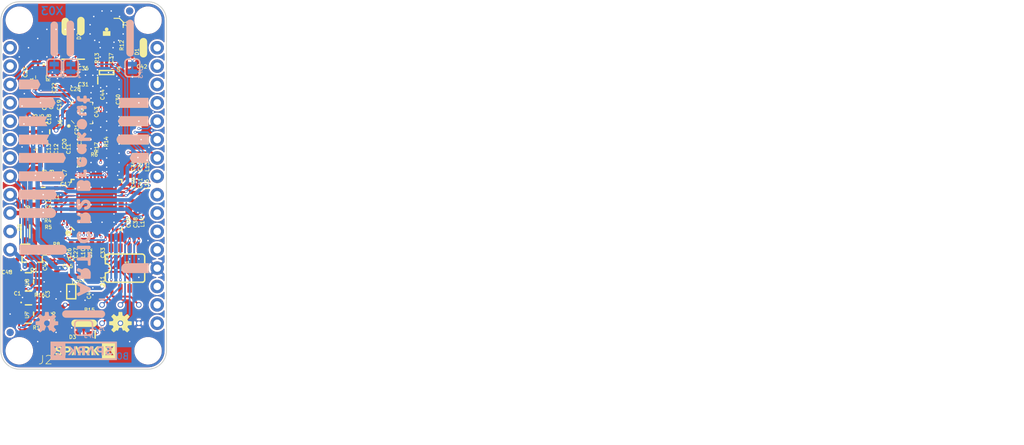
<source format=kicad_pcb>
(kicad_pcb (version 20211014) (generator pcbnew)
  (layers (0 "F.Cu" signal) (1 "In1.Cu" signal) (2 "In2.Cu" signal) (31 "B.Cu" signal) (34 "B.Paste" user) (35 "F.Paste" user) (36 "B.SilkS" user "B.Silkscreen") (37 "F.SilkS" user "F.Silkscreen") (38 "B.Mask" user) (39 "F.Mask" user) (44 "Edge.Cuts" user))
  (net 0 "")
  (net 1 "GND")
  (net 2 "RXSW")
  (net 3 "RF_RX")
  (net 4 "ANTENNA")
  (net 5 "RF_TX")
  (net 6 "TXSW")
  (net 7 "N$28")
  (net 8 "N$29")
  (net 9 "N$30")
  (net 10 "ARTIC_PWR_EN")
  (net 11 "VDD")
  (net 12 "FLSH_SCLK")
  (net 13 "FLSH_SI")
  (net 14 "FLSH_SO")
  (net 15 "FLSH_CEN")
  (net 16 "SCLK")
  (net 17 "COPI")
  (net 18 "CIPO")
  (net 19 "CS")
  (net 20 "RESETB")
  (net 21 "INT2")
  (net 22 "INT1")
  (net 23 "BOOT")
  (net 24 "FLSH_VCC")
  (net 25 "N$2")
  (net 26 "N$3")
  (net 27 "N$4")
  (net 28 "N$5")
  (net 29 "1.8V")
  (net 30 "N$6")
  (net 31 "N$7")
  (net 32 "N$8")
  (net 33 "N$9")
  (net 34 "PA_PD")
  (net 35 "N$10")
  (net 36 "N$11")
  (net 37 "N$12")
  (net 38 "N$13")
  (net 39 "N$14")
  (net 40 "N$15")
  (net 41 "N$16")
  (net 42 "N$17")
  (net 43 "N$18")
  (net 44 "N$19")
  (net 45 "N$20")
  (net 46 "N$24")
  (net 47 "N$25")
  (net 48 "N$26")
  (net 49 "N$21")
  (net 50 "G8")
  (net 51 "RFG8")
  (net 52 "N$31")
  (net 53 "N$35")
  (net 54 "N$36")
  (net 55 "N$37")
  (net 56 "N$38")
  (net 57 "RF_PWR_EN")
  (net 58 "VDDA")
  (net 59 "N$22")
  (net 60 "N$27")
  (net 61 "VIN")
  (net 62 "V_USB")
  (net 63 "V_BATT")
  (net 64 "VREF1")
  (net 65 "PD")
  (footprint "eagleBoard:0402-TIGHT" (layer "F.Cu") (at 149.7711 86.5886 -90)
    (fp_text reference "R13")
    (fp_text value "1k" hide)
  )
  (footprint "eagleBoard:#COPI0" (layer "F.Cu") (at 155.6766 96.1136)
    (fp_text reference "U$11" hide)
    (fp_text value "" hide)
  )
  (footprint "eagleBoard:0402-TIGHT" (layer "F.Cu") (at 144.1831 112.0521)
    (fp_text reference "R8")
    (fp_text value "100k" hide)
  )
  (footprint "eagleBoard:0402-TIGHT" (layer "F.Cu") (at 142.0876 95.0341 -90)
    (fp_text reference "R3")
    (fp_text value "3.9" hide)
  )
  (footprint "eagleBoard:CRYSTAL-TCXO-SMD-1.65X1.25" (layer "F.Cu") (at 142.9131 105.8926)
    (fp_text reference "X1")
    (fp_text value "CRYSTAL-TCXO-26MHZ" hide)
  )
  (footprint "eagleBoard:0402_COILCRAFT" (layer "F.Cu") (at 148.7551 92.1766 90)
    (fp_text reference "L8" hide)
    (fp_text value "12nH" hide)
  )
  (footprint "eagleBoard:0402-TIGHT" (layer "F.Cu") (at 150.5966 117.4496 -90)
    (fp_text reference "R11")
    (fp_text value "0" hide)
  )
  (footprint "eagleBoard:0402-TIGHT" (layer "F.Cu") (at 144.3736 102.7176 -90)
    (fp_text reference "C8")
    (fp_text value "0.1uF" hide)
  )
  (footprint "eagleBoard:TP_15TH" (layer "F.Cu") (at 145.9611 121.5136)
    (fp_text reference "TP1" hide)
    (fp_text value "TEST-POINTTP_15TH_THRU" hide)
  )
  (footprint "eagleBoard:SPARKX-MEDIUM" (layer "F.Cu") (at 148.5011 127.8636)
    (fp_text reference "SPARKX1" hide)
    (fp_text value "SPARKX-LOGO4" hide)
  )
  (footprint "eagleBoard:0402-TIGHT" (layer "F.Cu") (at 145.8341 113.5126 -90)
    (fp_text reference "L9")
    (fp_text value "30Ω" hide)
  )
  (footprint "eagleBoard:LED-0603" (layer "F.Cu") (at 148.5011 125.6411)
    (fp_text reference "D3")
    (fp_text value "RED" hide)
  )
  (footprint "eagleBoard:0402-TIGHT" (layer "F.Cu") (at 149.6441 113.5126 -90)
    (fp_text reference "C32")
    (fp_text value "0.1uF" hide)
  )
  (footprint "eagleBoard:0402-TIGHT" (layer "F.Cu") (at 150.8506 95.6691 90)
    (fp_text reference "C43")
    (fp_text value "100pF" hide)
  )
  (footprint "eagleBoard:0402-TIGHT" (layer "F.Cu") (at 156.9466 107.5436 -90)
    (fp_text reference "L14")
    (fp_text value "30Ω" hide)
  )
  (footprint "eagleBoard:0402-TIGHT" (layer "F.Cu") (at 147.7391 113.5126 -90)
    (fp_text reference "C27")
    (fp_text value "22pF" hide)
  )
  (footprint "eagleBoard:0402-TIGHT" (layer "F.Cu") (at 146.4056 100.0506 90)
    (fp_text reference "C20")
    (fp_text value "2.2uF" hide)
  )
  (footprint "eagleBoard:0402-TIGHT" (layer "F.Cu") (at 145.3261 102.7176 -90)
    (fp_text reference "C7")
    (fp_text value "22pF" hide)
  )
  (footprint "eagleBoard:0402-TIGHT" (layer "F.Cu") (at 153.9621 88.2396)
    (fp_text reference "C42")
    (fp_text value "100pF" hide)
  )
  (footprint "eagleBoard:SOT65P220X100-6N" (layer "F.Cu") (at 151.6761 89.3826 90)
    (fp_text reference "U5")
    (fp_text value "AS179-92LF" hide)
  )
  (footprint "eagleBoard:OSHW-LOGO-S" (layer "F.Cu") (at 153.5811 124.0536)
    (fp_text reference "LOGO2" hide)
    (fp_text value "OSHW-LOGOS" hide)
  )
  (footprint "eagleBoard:0402-TIGHT" (layer "F.Cu") (at 150.5966 115.4811 90)
    (fp_text reference "R2")
    (fp_text value "0" hide)
  )
  (footprint "eagleBoard:0402-TIGHT" (layer "F.Cu") (at 148.8186 117.5131 180)
    (fp_text reference "L1")
    (fp_text value "30Ω" hide)
  )
  (footprint "eagleBoard:#SCLK0" (layer "F.Cu") (at 155.6131 98.6536)
    (fp_text reference "U$13" hide)
    (fp_text value "" hide)
  )
  (footprint "eagleBoard:0402-TIGHT" (layer "F.Cu") (at 146.7866 113.5126 -90)
    (fp_text reference "C26")
    (fp_text value "0.1uF" hide)
  )
  (footprint "eagleBoard:0402-TIGHT" (layer "F.Cu") (at 143.4211 102.7176 -90)
    (fp_text reference "L3")
    (fp_text value "30Ω" hide)
  )
  (footprint "eagleBoard:0402-TIGHT" (layer "F.Cu") (at 148.6916 113.5126 -90)
    (fp_text reference "L10")
    (fp_text value "30Ω" hide)
  )
  (footprint "eagleBoard:0402-TIGHT" (layer "F.Cu") (at 144.1831 90.7161 90)
    (fp_text reference "R7")
    (fp_text value "10k" hide)
  )
  (footprint "eagleBoard:TLP3475RTPF" (layer "F.Cu") (at 142.5956 90.0176 -90)
    (fp_text reference "K1")
    (fp_text value "TLP3475R" hide)
  )
  (footprint "eagleBoard:SOT23-5" (layer "F.Cu") (at 143.1036 97.5741 -90)
    (fp_text reference "U6")
    (fp_text value "3.0V")
  )
  (footprint "eagleBoard:0402-TIGHT" (layer "F.Cu") (at 149.2631 88.2396 180)
    (fp_text reference "C36")
    (fp_text value "100pF" hide)
  )
  (footprint "eagleBoard:0402-TIGHT" (layer "F.Cu") (at 148.6916 119.6721 -90)
    (fp_text reference "C4")
    (fp_text value "1.0uF" hide)
  )
  (footprint "eagleBoard:0402_COILCRAFT" (layer "F.Cu") (at 152.9461 102.4636 180)
    (fp_text reference "L11" hide)
    (fp_text value "30nH" hide)
  )
  (footprint "eagleBoard:0402-TIGHT" (layer "F.Cu") (at 144.1831 111.0996 180)
    (fp_text reference "R5")
    (fp_text value "100k" hide)
  )
  (footprint "eagleBoard:0402-TIGHT" (layer "F.Cu") (at 151.6761 86.5886 -90)
    (fp_text reference "C37")
    (fp_text value "100pF" hide)
  )
  (footprint "eagleBoard:CREATIVE_COMMONS" (layer "F.Cu") (at 195.4911 140.5636)
    (fp_text reference "FRAME1" hide)
    (fp_text value "FRAME-LEDGER" hide)
  )
  (footprint "eagleBoard:#CIPO0" (layer "F.Cu") (at 155.6766 93.5736)
    (fp_text reference "U$10" hide)
    (fp_text value "" hide)
  )
  (footprint "eagleBoard:0402-TIGHT" (layer "F.Cu") (at 149.0091 101.0666 180)
    (fp_text reference "R6")
    (fp_text value "220" hide)
  )
  (footprint "eagleBoard:0402-TIGHT" (layer "F.Cu") (at 144.1831 109.1946 180)
    (fp_text reference "L2")
    (fp_text value "30Ω" hide)
  )
  (footprint "eagleBoard:#PWR#0" (layer "F.Cu") (at 148.5646 124.0536)
    (fp_text reference "U$28" hide)
    (fp_text value "" hide)
  )
  (footprint "eagleBoard:SOT23-3" (layer "F.Cu") (at 141.3891 114.9096 180)
    (fp_text reference "Q1")
    (fp_text value "3.1A/30V/105mΩ" hide)
  )
  (footprint "eagleBoard:#TX#0" (layer "F.Cu") (at 156.7561 85.9536 90)
    (fp_text reference "U$1" hide)
    (fp_text value "" hide)
  )
  (footprint "eagleBoard:0402-TIGHT" (layer "F.Cu") (at 144.3736 93.0021 -90)
    (fp_text reference "C16")
    (fp_text value "2.2uF" hide)
  )
  (footprint "eagleBoard:0402-TIGHT" (layer "F.Cu") (at 150.8506 98.1456 -90)
    (fp_text reference "R14")
    (fp_text value "470")
  )
  (footprint "eagleBoard:0402-TIGHT" (layer "F.Cu") (at 144.1831 108.2421 180)
    (fp_text reference "C6")
    (fp_text value "0.1uF" hide)
  )
  (footprint "eagleBoard:TP_15TH" (layer "F.Cu") (at 145.9611 116.4336)
    (fp_text reference "TP2" hide)
    (fp_text value "TEST-POINTTP_15TH_THRU" hide)
  )
  (footprint "eagleBoard:0402-TIGHT" (layer "F.Cu") (at 141.6431 104.3686 180)
    (fp_text reference "C9")
    (fp_text value "1.0uF" hide)
  )
  (footprint "eagleBoard:0402-TIGHT" (layer "F.Cu") (at 144.1196 85.9536 -90)
    (fp_text reference "R9")
    (fp_text value "1k" hide)
  )
  (footprint "eagleBoard:0402-TIGHT" (layer "F.Cu") (at 155.0416 103.1621 90)
    (fp_text reference "C34")
    (fp_text value "22pF" hide)
  )
  (footprint "eagleBoard:SOD-323" (layer "F.Cu") (at 140.4366 111.3536 90)
    (fp_text reference "D5")
    (fp_text value "1A/23V/620mV" hide)
  )
  (footprint "eagleBoard:SO08" (layer "F.Cu") (at 154.2161 116.4336)
    (fp_text reference "U1")
    (fp_text value "2Mbit SPI Flash")
  )
  (footprint "eagleBoard:0402-TIGHT" (layer "F.Cu") (at 141.0081 125.0061 180)
    (fp_text reference "R1")
    (fp_text value "10k" hide)
  )
  (footprint "eagleBoard:0402-TIGHT" (layer "F.Cu") (at 145.5801 90.7161 -90)
    (fp_text reference "C22")
    (fp_text value "100pF" hide)
  )
  (footprint "eagleBoard:0402-TIGHT" (layer "F.Cu") (at 143.0401 95.0341 -90)
    (fp_text reference "C15")
    (fp_text value "2.2uF" hide)
  )
  (footprint "eagleBoard:0402-TIGHT" (layer "F.Cu") (at 144.1831 107.2896 180)
    (fp_text reference "C5")
    (fp_text value "22pF" hide)
  )
  (footprint "eagleBoard:0402-TIGHT" (layer "F.Cu") (at 143.7386 122.3391 -90)
    (fp_text reference "C46")
    (fp_text value "2.2uF" hide)
  )
  (footprint "eagleBoard:0402-TIGHT" (layer "F.Cu") (at 148.5011 122.7836)
    (fp_text reference "R15")
    (fp_text value "1k" hide)
  )
  (footprint "eagleBoard:THING_PLUS" (layer "F.Cu") (at 148.5011 105.0036)
    (fp_text reference "J2")
    (fp_text value "THING_PLUS")
    (fp_line (start -11.43 22.86) (end -11.43 -22.86) (layer "Edge.Cuts") (width 0.127))
    (fp_line (start 11.43 -22.86) (end 11.43 22.86) (layer "Edge.Cuts") (width 0.127))
    (fp_line (start -8.89 -25.4) (end 8.89 -25.4) (layer "Edge.Cuts") (width 0.127))
    (fp_line (start 8.89 25.4) (end -8.89 25.4) (layer "Edge.Cuts") (width 0.127))
    (fp_arc (start -8.89 25.4) (mid -10.686051 24.656051) (end -11.43 22.86) (layer "Edge.Cuts") (width 0.127))
    (fp_arc (start 8.89 -25.4) (mid 10.686051 -24.656051) (end 11.43 -22.86) (layer "Edge.Cuts") (width 0.127))
    (fp_arc (start -11.43 -22.86) (mid -10.686051 -24.656051) (end -8.89 -25.4) (layer "Edge.Cuts") (width 0.127))
    (fp_arc (start 11.43 22.86) (mid 10.686051 24.656051) (end 8.89 25.4) (layer "Edge.Cuts") (width 0.127))
  )
  (footprint "eagleBoard:0402-TIGHT" (layer "F.Cu") (at 150.5966 113.5126 -90)
    (fp_text reference "C33")
    (fp_text value "22pF" hide)
  )
  (footprint "eagleBoard:0402-TIGHT" (layer "F.Cu") (at 149.2631 90.4621 180)
    (fp_text reference "C31")
    (fp_text value "100pF" hide)
  )
  (footprint "eagleBoard:0402-TIGHT" (layer "F.Cu") (at 144.1831 110.1471 180)
    (fp_text reference "R4")
    (fp_text value "33k" hide)
  )
  (footprint "eagleBoard:0402-TIGHT" (layer "F.Cu") (at 145.3896 93.0021 -90)
    (fp_text reference "C19")
    (fp_text value "100pF" hide)
  )
  (footprint "eagleBoard:0402-TIGHT" (layer "F.Cu") (at 155.9941 105.5116 90)
    (fp_text reference "C41")
    (fp_text value "0.1uF" hide)
  )
  (footprint "eagleBoard:0402-TIGHT" (layer "F.Cu") (at 143.3576 93.0021 -90)
    (fp_text reference "C14")
    (fp_text value "10uF" hide)
  )
  (footprint "eagleBoard:0402_COILCRAFT" (layer "F.Cu") (at 145.3261 94.7166)
    (fp_text reference "L5" hide)
    (fp_text value "15nH" hide)
  )
  (footprint "eagleBoard:FIDUCIAL-1X2" (layer "F.Cu") (at 154.8511 80.8736)
    (fp_text reference "FD1" hide)
    (fp_text value "FIDUCIAL1X2" hide)
  )
  (footprint "eagleBoard:FIDUCIAL-1X2" (layer "F.Cu") (at 138.3411 125.3236)
    (fp_text reference "FD3" hide)
    (fp_text value "FIDUCIAL1X2" hide)
  )
  (footprint "eagleBoard:0402-TIGHT" (layer "F.Cu") (at 141.1351 105.8926 -90)
    (fp_text reference "C10")
    (fp_text value "47nF" hide)
  )
  (footprint "eagleBoard:0402_MURATA" (layer "F.Cu") (at 152.5016 99.9236 90)
    (fp_text reference "C29" hide)
    (fp_text value "2.4 pF" hide)
  )
  (footprint "eagleBoard:0402_COILCRAFT" (layer "F.Cu") (at 148.5011 97.7646 90)
    (fp_text reference "L7" hide)
    (fp_text value "18nH" hide)
  )
  (footprint "eagleBoard:0402-TIGHT" (layer "F.Cu") (at 146.4056 98.0821 90)
    (fp_text reference "C21")
    (fp_text value "100pF" hide)
  )
  (footprint "eagleBoard:ORDERING_INSTRUCTIONS" (layer "F.Cu") (at 168.8211 79.6036)
    (fp_text reference "LOGO1" hide)
    (fp_text value "SPECIAL_INSTRUCTIONS-ORDERING" hide)
  )
  (footprint "eagleBoard:0402-TIGHT" (layer "F.Cu") (at 155.9941 103.1621 90)
    (fp_text reference "C35")
    (fp_text value "0.1uF" hide)
  )
  (footprint "eagleBoard:0402-TIGHT" (layer "F.Cu") (at 143.4211 100.7491 90)
    (fp_text reference "C13")
    (fp_text value "10uF" hide)
  )
  (footprint "eagleBoard:0402-TIGHT" (layer "F.Cu") (at 138.7221 116.1161 180)
    (fp_text reference "C48")
    (fp_text value "0.1uF" hide)
  )
  (footprint "eagleBoard:0402-TIGHT" (layer "F.Cu") (at 143.7386 114.8461 90)
    (fp_text reference "R10")
    (fp_text value "100k" hide)
  )
  (footprint "eagleBoard:0402-TIGHT" (layer "F.Cu") (at 141.0081 90.1446 90)
    (fp_text reference "C23")
    (fp_text value "100pF")
  )
  (footprint "eagleBoard:QFN50P300X300X86-17N" (layer "F.Cu") (at 148.2471 94.9706 90)
    (fp_text reference "U4")
    (fp_text value "RFPA0133" hide)
  )
  (footprint "eagleBoard:TP_15TH" (layer "F.Cu") (at 151.0411 118.9736)
    (fp_text reference "TP3" hide)
    (fp_text value "TEST-POINTTP_15TH_THRU" hide)
  )
  (footprint "eagleBoard:0402-TIGHT" (layer "F.Cu") (at 148.8186 115.4811 180)
    (fp_text reference "C2")
    (fp_text value "22pF" hide)
  )
  (footprint "eagleBoard:LED-0603" (layer "F.Cu") (at 155.2321 85.9536 -90)
    (fp_text reference "D1")
    (fp_text value "Yellow" hide)
  )
  (footprint "eagleBoard:0402_COILCRAFT" (layer "F.Cu") (at 146.9136 92.4941)
    (fp_text reference "L6" hide)
    (fp_text value "27nH" hide)
  )
  (footprint "eagleBoard:0402-TIGHT" (layer "F.Cu") (at 155.0416 107.5436 -90)
    (fp_text reference "C39")
    (fp_text value "22pF" hide)
  )
  (footprint "eagleBoard:0402-TIGHT" (layer "F.Cu") (at 144.6911 119.4816 -90)
    (fp_text reference "C3")
    (fp_text value "1.0uF" hide)
  )
  (footprint "eagleBoard:0402-TIGHT" (layer "F.Cu") (at 148.5011 99.5426 90)
    (fp_text reference "C25")
    (fp_text value "100pF" hide)
  )
  (footprint "eagleBoard:0402-TIGHT" (layer "F.Cu") (at 142.4686 100.7491 90)
    (fp_text reference "L4")
    (fp_text value "30Ω" hide)
  )
  (footprint "eagleBoard:0402-TIGHT" (layer "F.Cu") (at 156.9466 103.1621 90)
    (fp_text reference "L13")
    (fp_text value "30Ω" hide)
  )
  (footprint "eagleBoard:0402-TIGHT" (layer "F.Cu") (at 145.1991 105.3846)
    (fp_text reference "C17")
    (fp_text value "1.0nF" hide)
  )
  (footprint "eagleBoard:0402_COILCRAFT" (layer "F.Cu") (at 152.9461 97.3836 180)
    (fp_text reference "L12" hide)
    (fp_text value "51nH" hide)
  )
  (footprint "eagleBoard:TP_15TH" (layer "F.Cu") (at 144.6911 97.3836)
    (fp_text reference "TP4" hide)
    (fp_text value "TEST-POINTTP_15TH_THRU" hide)
  )
  (footprint "eagleBoard:SOT23-5" (layer "F.Cu") (at 140.8811 118.3386 -90)
    (fp_text reference "U8")
    (fp_text value "3.3V" hide)
  )
  (footprint "eagleBoard:0402-TIGHT" (layer "F.Cu") (at 156.9466 105.5116 90)
    (fp_text reference "L15")
    (fp_text value "30Ω" hide)
  )
  (footprint "eagleBoard:0402-TIGHT" (layer "F.Cu") (at 143.7386 116.8781 90)
    (fp_text reference "C47")
    (fp_text value "2.2uF" hide)
  )
  (footprint "eagleBoard:0402-TIGHT" (layer "F.Cu") (at 153.5811 86.5886 -90)
    (fp_text reference "R12")
    (fp_text value "1k" hide)
  )
  (footprint "eagleBoard:0402-TIGHT" (layer "F.Cu") (at 147.2946 90.4621)
    (fp_text reference "C28")
    (fp_text value "9.1pF" hide)
  )
  (footprint "eagleBoard:0402-TIGHT" (layer "F.Cu") (at 138.7856 120.4976)
    (fp_text reference "C1")
    (fp_text value "2.2uF" hide)
  )
  (footprint "eagleBoard:#CS0" (layer "F.Cu") (at 156.5021 101.1936)
    (fp_text reference "U$15" hide)
    (fp_text value "" hide)
  )
  (footprint "eagleBoard:0402-TIGHT" (layer "F.Cu") (at 148.5011 102.5906 90)
    (fp_text reference "C24")
    (fp_text value "100pF" hide)
  )
  (footprint "eagleBoard:LED-0603" (layer "F.Cu") (at 145.9611 85.9536 -90)
    (fp_text reference "D4")
    (fp_text value "RED")
  )
  (footprint "eagleBoard:0402-TIGHT" (layer "F.Cu") (at 148.8186 116.4971 180)
    (fp_text reference "C45")
    (fp_text value "0.1uF" hide)
  )
  (footprint "eagleBoard:#RX#0" (layer "F.Cu") (at 148.1201 82.9691 90)
    (fp_text reference "U$2" hide)
    (fp_text value "" hide)
  )
  (footprint "eagleBoard:0402-TIGHT" (layer "F.Cu") (at 152.5016 92.3036 -90)
    (fp_text reference "C30")
    (fp_text value "100pF" hide)
  )
  (footprint "eagleBoard:0402-TIGHT" (layer "F.Cu") (at 144.3736 100.7491 90)
    (fp_text reference "C12")
    (fp_text value "1.0uF" hide)
  )
  (footprint "eagleBoard:SOT23-5" (layer "F.Cu") (at 140.8811 122.7836 -90)
    (fp_text reference "U7")
    (fp_text value "3.3V" hide)
  )
  (footprint "eagleBoard:0402-TIGHT" (layer "F.Cu") (at 145.3261 100.7491 90)
    (fp_text reference "C11")
    (fp_text value "100pF" hide)
  )
  (footprint "eagleBoard:LED-0603" (layer "F.Cu") (at 148.1201 85.9536 -90)
    (fp_text reference "D2")
    (fp_text value "Yellow" hide)
  )
  (footprint "eagleBoard:U.FL" (layer "F.Cu") (at 151.6761 83.4136 -90)
    (fp_text reference "J1")
    (fp_text value "U.FL")
  )
  (footprint "eagleBoard:QFN-48" (layer "F.Cu") (at 150.2791 107.6706 90)
    (fp_text reference "U3" hide)
    (fp_text value "ARTIC_R2" hide)
  )
  (footprint "eagleBoard:0402-TIGHT" (layer "F.Cu") (at 143.9926 95.0341 -90)
    (fp_text reference "C18")
    (fp_text value "22pF" hide)
  )
  (footprint "eagleBoard:0402-TIGHT" (layer "F.Cu") (at 155.0416 105.3846 90)
    (fp_text reference "C40")
    (fp_text value "22pF" hide)
  )
  (footprint "eagleBoard:SC70" (layer "F.Cu") (at 146.7866 119.6721 -90)
    (fp_text reference "U2")
    (fp_text value "1.8V/100mA" hide)
  )
  (footprint "eagleBoard:0402-TIGHT" (layer "F.Cu") (at 150.8506 100.5586 90)
    (fp_text reference "R17")
    (fp_text value "47")
  )
  (footprint "eagleBoard:#RF#0" (layer "F.Cu") (at 145.9611 83.0326 90)
    (fp_text reference "U$7" hide)
    (fp_text value "" hide)
  )
  (footprint "eagleBoard:0402-TIGHT" (layer "F.Cu") (at 155.9941 107.5436 -90)
    (fp_text reference "C38")
    (fp_text value "0.1uF" hide)
  )
  (footprint "eagleBoard:0402-TIGHT" (layer "F.Cu") (at 150.8506 93.2561 90)
    (fp_text reference "C44")
    (fp_text value "2.2uF" hide)
  )
  (footprint "eagleBoard:0402-TIGHT" (layer "F.Cu") (at 141.3256 120.4976 180)
    (fp_text reference "R16")
    (fp_text value "10k" hide)
  )
  (footprint "eagleBoard:#TX_LED#0" (layer "B.Cu") (at 154.9146 84.6201 -90)
    (fp_text reference "U$4" hide)
    (fp_text value "" hide)
  )
  (footprint "eagleBoard:#RF_EN#0" (layer "B.Cu") (at 142.0241 106.2736 180)
    (fp_text reference "U$8" hide)
    (fp_text value "" hide)
  )
  (footprint "eagleBoard:SMT-JUMPER_2_NC_TRACE_SILK" (layer "B.Cu") (at 148.5011 124.6886)
    (fp_text reference "JP5")
    (fp_text value "JUMPER-SMT_2_NC_TRACE_SILK" hide)
  )
  (footprint "eagleBoard:SMT-JUMPER_2_NC_TRACE_SILK" (layer "B.Cu") (at 144.4371 88.7476 90)
    (fp_text reference "JP6")
    (fp_text value "JUMPER-SMT_2_NC_TRACE_SILK" hide)
  )
  (footprint "eagleBoard:SCLK#0" (layer "B.Cu") (at 155.6131 98.6536 180)
    (fp_text reference "U$14" hide)
    (fp_text value "" hide)
  )
  (footprint "eagleBoard:CS#0" (layer "B.Cu") (at 156.5021 101.1936 180)
    (fp_text reference "U$16" hide)
    (fp_text value "" hide)
  )
  (footprint "eagleBoard:SMT-JUMPER_2_NC_TRACE_SILK" (layer "B.Cu") (at 155.2321 88.7476 90)
    (fp_text reference "JP3")
    (fp_text value "JUMPER-SMT_2_NC_TRACE_SILK" hide)
  )
  (footprint "eagleBoard:#INT10" (layer "B.Cu") (at 141.1986 96.1136 180)
    (fp_text reference "U$25" hide)
    (fp_text value "" hide)
  )
  (footprint "eagleBoard:#RF_LED#0" (layer "B.Cu") (at 144.4371 84.7471 -90)
    (fp_text reference "U$5" hide)
    (fp_text value "" hide)
  )
  (footprint "eagleBoard:ARTIC_R2_BREAKOUT0" (layer "B.Cu") (at 148.5011 106.2736 90)
    (fp_text reference "U$29" hide)
    (fp_text value "" hide)
  )
  (footprint "eagleBoard:#PWR_EN0" (layer "B.Cu") (at 142.4051 103.7336 180)
    (fp_text reference "U$19" hide)
    (fp_text value "" hide)
  )
  (footprint "eagleBoard:COPI#0" (layer "B.Cu") (at 155.6766 96.1136 180)
    (fp_text reference "U$12" hide)
    (fp_text value "" hide)
  )
  (footprint "eagleBoard:#INT20" (layer "B.Cu") (at 141.3256 98.6536 180)
    (fp_text reference "U$26" hide)
    (fp_text value "" hide)
  )
  (footprint "eagleBoard:FIDUCIAL-1X2" (layer "B.Cu") (at 138.3411 125.3236 180)
    (fp_text reference "FD4" hide)
    (fp_text value "FIDUCIAL1X2" hide)
  )
  (footprint "eagleBoard:#RX_LED#0" (layer "B.Cu") (at 146.6596 84.6836 -90)
    (fp_text reference "U$3" hide)
    (fp_text value "" hide)
  )
  (footprint "eagleBoard:GND#0" (layer "B.Cu") (at 155.9306 116.4336 180)
    (fp_text reference "U$17" hide)
    (fp_text value "" hide)
  )
  (footprint "eagleBoard:#G8#0" (layer "B.Cu") (at 140.8811 91.0336 180)
    (fp_text reference "U$6" hide)
    (fp_text value "" hide)
  )
  (footprint "eagleBoard:SMT-JUMPER_2_NC_TRACE_SILK" (layer "B.Cu") (at 146.7231 88.7476 90)
    (fp_text reference "JP4")
    (fp_text value "JUMPER-SMT_2_NC_TRACE_SILK" hide)
  )
  (footprint "eagleBoard:#RESETB0" (layer "B.Cu") (at 142.4686 101.1936 180)
    (fp_text reference "U$18" hide)
    (fp_text value "" hide)
  )
  (footprint "eagleBoard:SPARKX-MEDIUM" (layer "B.Cu") (at 148.5011 127.8636 180)
    (fp_text reference "SPARKX2" hide)
    (fp_text value "SPARKX-LOGO4" hide)
  )
  (footprint "eagleBoard:2X3_TEST_POINTS" (layer "B.Cu") (at 153.5811 122.7836)
    (fp_text reference "J5")
    (fp_text value "Flash Programming")
  )
  (footprint "eagleBoard:#VUSB#0" (layer "B.Cu") (at 141.9606 108.8136 180)
    (fp_text reference "U$21" hide)
    (fp_text value "" hide)
  )
  (footprint "eagleBoard:CIPO#0" (layer "B.Cu") (at 155.6766 93.5736 180)
    (fp_text reference "U$9" hide)
    (fp_text value "" hide)
  )
  (footprint "eagleBoard:#BOOT0" (layer "B.Cu") (at 141.7701 93.5736 180)
    (fp_text reference "U$24" hide)
    (fp_text value "" hide)
  )
  (footprint "eagleBoard:OSHW-LOGO-S" (layer "B.Cu") (at 143.4211 124.0536 180)
    (fp_text reference "LOGO3" hide)
    (fp_text value "OSHW-LOGOS" hide)
  )
  (footprint "eagleBoard:FIDUCIAL-1X2" (layer "B.Cu") (at 154.8511 80.8736 180)
    (fp_text reference "FD2" hide)
    (fp_text value "FIDUCIAL1X2" hide)
  )
  (footprint "eagleBoard:#VBATT#0" (layer "B.Cu") (at 142.7226 113.8936 180)
    (fp_text reference "U$20" hide)
    (fp_text value "" hide)
  )
  (footprint "eagleBoard:#PWR_LED#0" (layer "B.Cu") (at 148.5011 122.7836 180)
    (fp_text reference "U$27" hide)
    (fp_text value "" hide)
  )
  (gr_line (start 157.3911 79.6036) (end 139.6111 79.6036) (layer "Edge.Cuts") (width 0.1016))
  (gr_line (start 159.9311 127.8636) (end 159.9311 82.1436) (layer "Edge.Cuts") (width 0.1016))
  (gr_arc (start 137.0711 82.1436) (mid 137.815049 80.347549) (end 139.6111 79.6036) (layer "Edge.Cuts") (width 0.1016))
  (gr_arc (start 157.3911 79.6036) (mid 159.187151 80.347549) (end 159.9311 82.1436) (layer "Edge.Cuts") (width 0.1016))
  (gr_arc (start 159.9311 127.8636) (mid 159.187151 129.659651) (end 157.3911 130.4036) (layer "Edge.Cuts") (width 0.1016))
  (gr_arc (start 139.6111 130.4036) (mid 137.815049 129.659651) (end 137.0711 127.8636) (layer "Edge.Cuts") (width 0.1016))
  (gr_line (start 139.6111 130.4036) (end 157.3911 130.4036) (layer "Edge.Cuts") (width 0.1016))
  (gr_line (start 137.0711 82.1436) (end 137.0711 127.8636) (layer "Edge.Cuts") (width 0.1016))
  (gr_text "TOP" (at 142.1511 129.1336) (layer "F.Cu") (effects (font (size 0.8636 0.8636) (thickness 0.1524)) (justify left bottom)))
  (gr_text "BOT" (at 154.8511 129.1336) (layer "B.Cu") (effects (font (size 0.8636 0.8636) (thickness 0.1524)) (justify left bottom mirror)))
  (gr_text "X03" (at 142.4686 80.2386) (layer "B.Cu") (effects (font (size 1.0795 1.0795) (thickness 0.1905)) (justify right top mirror)))
  (segment (start 143.3656 110.1471) (end 142.9131 109.6946) (width 0.254) (layer "F.Cu") (net 1))
  (segment (start 145.9616 119.6721) (end 145.3261 119.6721) (width 0.4064) (layer "F.Cu") (net 1))
  (segment (start 149.5091 97.2646) (end 149.7711 97.0026) (width 0.4064) (layer "F.Cu") (net 1))
  (segment (start 153.3779 90.0684) (end 153.3779 97.3836) (width 0.4064) (layer "F.Cu") (net 1))
  (segment (start 153.0291 104.2706) (end 153.0291 104.9206) (width 0.254) (layer "F.Cu") (net 1))
  (segment (start 148.3186 115.4811) (end 147.8661 115.4811) (width 0.254) (layer "F.Cu") (net 1))
  (segment (start 149.7711 105.2576) (end 149.5171 105.2576) (width 0.254) (layer "F.Cu") (net 1))
  (segment (start 145.0006 119.6721) (end 145.3261 119.6721) (width 0.4064) (layer "F.Cu") (net 1))
  (segment (start 146.8791 105.9206) (end 147.5766 105.9206) (width 0.254) (layer "F.Cu") (net 1))
  (segment (start 153.3779 103.4288) (end 153.2001 103.6066) (width 0.4064) (layer "F.Cu") (net 1))
  (segment (start 151.0291 104.2706) (end 151.0291 105.2456) (width 0.254) (layer "F.Cu") (net 1))
  (segment (start 149.5291 103.3011) (end 149.5171 103.2891) (width 0.254) (layer "F.Cu") (net 1))
  (segment (start 147.8661 115.4811) (end 147.6121 115.7351) (width 0.254) (layer "F.Cu") (net 1))
  (segment (start 144.7546 91.8591) (end 142.5956 91.8591) (width 0.3048) (layer "F.Cu") (net 1))
  (segment (start 144.6911 119.9816) (end 145.0006 119.6721) (width 0.4064) (layer "F.Cu") (net 1))
  (segment (start 143.6831 110.1471) (end 143.3656 110.1471) (width 0.254) (layer "F.Cu") (net 1))
  (segment (start 151.6761 90.4826) (end 151.6761 89.6366) (width 0.4064) (layer "F.Cu") (net 1))
  (segment (start 150.0291 104.2706) (end 150.0291 103.2216) (width 0.254) (layer "F.Cu") (net 1))
  (segment (start 147.6121 97.2566) (end 147.6121 103.0986) (width 0.4064) (layer "F.Cu") (net 1))
  (segment (start 141.4526 103.6066) (end 141.1431 103.9161) (width 0.254) (layer "F.Cu") (net 1))
  (segment (start 149.5291 104.2706) (end 149.5291 103.3011) (width 0.254) (layer "F.Cu") (net 1))
  (segment (start 153.0291 104.2706) (end 153.0291 103.7776) (width 0.254) (layer "F.Cu") (net 1))
  (segment (start 149.5171 103.2891) (end 149.5171 101.0746) (width 0.4064) (layer "F.Cu") (net 1))
  (segment (start 148.3186 116.4971) (end 147.8661 116.4971) (width 0.254) (layer "F.Cu") (net 1))
  (segment (start 150.0291 104.2706) (end 150.0291 104.9996) (width 0.254) (layer "F.Cu") (net 1))
  (segment (start 142.1881 106.3926) (end 142.2131 106.3676) (width 0.254) (layer "F.Cu") (net 1))
  (segment (start 147.8661 116.4971) (end 147.6121 116.2431) (width 0.254) (layer "F.Cu") (net 1))
  (segment (start 151.0291 104.2706) (end 151.0291 103.903163) (width 0.254) (layer "F.Cu") (net 1))
  (segment (start 153.0291 104.9206) (end 152.6921 105.2576) (width 0.254) (layer "F.Cu") (net 1))
  (segment (start 151.9301 89.3826) (end 152.6921 89.3826) (width 0.4064) (layer "F.Cu") (net 1))
  (segment (start 145.3896 93.5021) (end 144.3736 93.5021) (width 0.6096) (layer "F.Cu") (net 1))
  (segment (start 152.0291 103.5151) (end 151.6761 103.1621) (width 0.254) (layer "F.Cu") (net 1))
  (segment (start 153.3779 97.3836) (end 153.3779 102.4636) (width 0.4064) (layer "F.Cu") (net 1))
  (segment (start 150.0291 104.9996) (end 149.7711 105.2576) (width 0.254) (layer "F.Cu") (net 1))
  (segment (start 144.3736 93.5021) (end 143.3576 93.5021) (width 0.6096) (layer "F.Cu") (net 1))
  (segment (start 152.0291 104.9121) (end 152.3746 105.2576) (width 0.254) (layer "F.Cu") (net 1))
  (segment (start 144.8816 91.8591) (end 144.8181 91.7956) (width 0.3048) (layer "F.Cu") (net 1))
  (segment (start 149.7711 97.0026) (end 149.7711 96.3676) (width 0.4064) (layer "F.Cu") (net 1))
  (segment (start 143.0401 108.2421) (end 142.9131 108.1151) (width 0.254) (layer "F.Cu") (net 1))
  (segment (start 153.3779 102.4636) (end 153.3779 103.4288) (width 0.4064) (layer "F.Cu") (net 1))
  (segment (start 149.5171 101.0746) (end 149.5091 101.0666) (width 0.4064) (layer "F.Cu") (net 1))
  (segment (start 145.9611 106.2736) (end 145.3261 106.2736) (width 0.254) (layer "F.Cu") (net 1))
  (segment (start 141.8336 103.6066) (end 141.4526 103.6066) (width 0.254) (layer "F.Cu") (net 1))
  (segment (start 146.8791 105.9206) (end 146.3141 105.9206) (width 0.254) (layer "F.Cu") (net 1))
  (segment (start 150.5291 103.4756) (end 150.1521 103.0986) (width 0.254) (layer "F.Cu") (net 1))
  (segment (start 155.9941 104.5671) (end 155.9941 105.0116) (width 0.254) (layer "F.Cu") (net 1))
  (segment (start 155.8671 104.8846) (end 155.9941 105.0116) (width 0.254) (layer "F.Cu") (net 1))
  (segment (start 156.2069 104.3543) (end 155.9941 104.5671) (width 0.254) (layer "F.Cu") (net 1))
  (segment (start 147.9971 96.8716) (end 147.6121 97.2566) (width 0.254) (layer "F.Cu") (net 1))
  (segment (start 149.5291 105.2456) (end 149.5171 105.2576) (width 0.254) (layer "F.Cu") (net 1))
  (segment (start 147.6121 115.7351) (end 147.6121 115.9891) (width 0.254) (layer "F.Cu") (net 1))
  (segment (start 147.6121 116.2431) (end 147.6121 115.9891) (width 0.254) (layer "F.Cu") (net 1))
  (segment (start 151.0291 105.2456) (end 151.0411 105.2576) (width 0.254) (layer "F.Cu") (net 1))
  (segment (start 142.9131 109.6946) (end 142.9131 109.6391) (width 0.254) (layer "F.Cu") (net 1))
  (segment (start 150.909306 103.293894) (end 151.1046 103.0986) (width 0.254) (layer "F.Cu") (net 1))
  (segment (start 152.0291 104.2706) (end 152.0291 103.5151) (width 0.254) (layer "F.Cu") (net 1))
  (segment (start 142.3071 106.2736) (end 142.9131 106.2736) (width 0.254) (layer "F.Cu") (net 1))
  (segment (start 143.5191 106.2736) (end 143.6131 106.3676) (width 0.254) (layer "F.Cu") (net 1))
  (segment (start 150.7871 105.2576) (end 151.0411 105.2576) (width 0.254) (layer "F.Cu") (net 1))
  (segment (start 143.6831 108.2421) (end 143.6831 107.2896) (width 0.254) (layer "F.Cu") (net 1))
  (segment (start 142.6036 93.5021) (end 142.5321 93.5736) (width 0.6096) (layer "F.Cu") (net 1))
  (segment (start 155.9941 102.6621) (end 155.0416 102.6621) (width 0.254) (layer "F.Cu") (net 1))
  (segment (start 149.5091 101.0666) (end 149.5091 97.2646) (width 0.4064) (layer "F.Cu") (net 1))
  (segment (start 152.0291 104.2706) (end 152.0291 104.9121) (width 0.254) (layer "F.Cu") (net 1))
  (segment (start 155.9941 102.6621) (end 155.9941 101.9413) (width 0.254) (layer "F.Cu") (net 1))
  (segment (start 150.5291 104.2706) (end 150.5291 104.9996) (width 0.254) (layer "F.Cu") (net 1))
  (segment (start 143.7071 106.2736) (end 143.6131 106.3676) (width 0.254) (layer "F.Cu") (net 1))
  (segment (start 151.6761 103.1621) (end 151.6761 103.0986) (width 0.254) (layer "F.Cu") (net 1))
  (segment (start 155.8671 104.8846) (end 155.0416 104.8846) (width 0.254) (layer "F.Cu") (net 1))
  (segment (start 155.0416 108.0436) (end 155.9941 108.0436) (width 0.254) (layer "F.Cu") (net 1))
  (segment (start 143.6831 107.2896) (end 143.6131 107.2196) (width 0.254) (layer "F.Cu") (net 1))
  (segment (start 150.0291 103.2216) (end 150.1521 103.0986) (width 0.254) (layer "F.Cu") (net 1))
  (segment (start 152.6921 89.3826) (end 153.3779 90.0684) (width 0.4064) (layer "F.Cu") (net 1))
  (segment (start 150.909306 103.783369) (end 150.909306 103.293894) (width 0.254) (layer "F.Cu") (net 1))
  (segment (start 142.7861 97.5741) (end 141.8035 97.5741) (width 0.254) (layer "F.Cu") (net 1))
  (segment (start 139.1031 107.5436) (end 139.6619 106.9848) (width 0.254) (layer "F.Cu") (net 1))
  (segment (start 153.0291 103.7776) (end 153.2001 103.6066) (width 0.254) (layer "F.Cu") (net 1))
  (segment (start 146.7866 91.2241) (end 146.1516 91.8591) (width 0.3048) (layer "F.Cu") (net 1))
  (segment (start 143.3576 93.5021) (end 142.6036 93.5021) (width 0.6096) (layer "F.Cu") (net 1))
  (segment (start 142.9131 106.2736) (end 143.5191 106.2736) (width 0.254) (layer "F.Cu") (net 1))
  (segment (start 146.1516 91.8591) (end 144.8816 91.8591) (width 0.3048) (layer "F.Cu") (net 1))
  (segment (start 155.9941 108.7501) (end 155.9941 108.0436) (width 0.254) (layer "F.Cu") (net 1))
  (segment (start 143.6831 108.2421) (end 143.0401 108.2421) (width 0.254) (layer "F.Cu") (net 1))
  (segment (start 146.3141 105.9206) (end 145.9611 106.2736) (width 0.254) (layer "F.Cu") (net 1))
  (segment (start 141.1351 106.3926) (end 142.1881 106.3926) (width 0.254) (layer "F.Cu") (net 1))
  (segment (start 151.0291 103.903163) (end 150.909306 103.783369) (width 0.254) (layer "F.Cu") (net 1))
  (segment (start 141.1431 104.3686) (end 141.1431 103.9161) (width 0.254) (layer "F.Cu") (net 1))
  (segment (start 145.9616 119.6721) (end 146.5326 119.6721) (width 0.4064) (layer "F.Cu") (net 1))
  (segment (start 152.3746 105.2576) (end 152.6921 105.2576) (width 0.254) (layer "F.Cu") (net 1))
  (segment (start 156.9466 104.3543) (end 156.2069 104.3543) (width 0.254) (layer "F.Cu") (net 1))
  (segment (start 150.5291 104.2706) (end 150.5291 103.4756) (width 0.254) (layer "F.Cu") (net 1))
  (segment (start 144.8181 91.7956) (end 144.7546 91.8591) (width 0.3048) (layer "F.Cu") (net 1))
  (segment (start 150.7871 105.2576) (end 150.5291 104.9996) (width 0.254) (layer "F.Cu") (net 1))
  (segment (start 139.6619 106.9848) (end 139.6619 99.9998) (width 0.254) (layer "F.Cu") (net 1))
  (segment (start 142.2131 106.3676) (end 142.3071 106.2736) (width 0.254) (layer "F.Cu") (net 1))
  (segment (start 145.3261 106.2736) (end 143.7071 106.2736) (width 0.254) (layer "F.Cu") (net 1))
  (segment (start 149.5291 104.2706) (end 149.5291 105.2456) (width 0.254) (layer "F.Cu") (net 1))
  (segment (start 147.8661 106.2101) (end 147.5766 105.9206) (width 0.254) (layer "F.Cu") (net 1))
  (segment (start 151.6761 103.0986) (end 151.6761 90.4826) (width 0.4064) (layer "F.Cu") (net 1))
  (segment (start 151.6761 89.6366) (end 151.9301 89.3826) (width 0.4064) (layer "F.Cu") (net 1))
  (segment (start 147.9971 96.4206) (end 147.9971 96.8716) (width 0.254) (layer "F.Cu") (net 1))
  (segment (start 147.8661 106.2101) (end 147.8661 106.4006) (width 0.254) (layer "F.Cu") (net 1))
  (segment (start 139.6619 99.9998) (end 139.9921 99.6696) (width 0.254) (layer "F.Cu") (net 1))
  (segment (start 143.6131 107.2196) (end 143.6131 106.3676) (width 0.254) (layer "F.Cu") (net 1))
  (via (at 156.1211 93.5736) (size 0.3778) (drill 0.2) (layers "F.Cu" "B.Cu") (net 1))
  (via (at 156.4386 98.6536) (size 0.3778) (drill 0.2) (layers "F.Cu" "B.Cu") (net 1))
  (via (at 140.6271 122.7836) (size 0.3778) (drill 0.2) (layers "F.Cu" "B.Cu") (net 1))
  (via (at 144.6911 125.3236) (size 0.3778) (drill 0.2) (layers "F.Cu" "B.Cu") (net 1))
  (via (at 138.2141 116.8146) (size 0.3778) (drill 0.2) (layers "F.Cu" "B.Cu") (net 1))
  (via (at 150.0251 84.9376) (size 0.3778) (drill 0.2) (layers "F.Cu" "B.Cu") (net 1))
  (via (at 143.4211 99.5426) (size 0.3778) (drill 0.2) (layers "F.Cu" "B.Cu") (net 1))
  (via (at 148.7551 89.0016) (size 0.3778) (drill 0.2) (layers "F.Cu" "B.Cu") (net 1))
  (via (at 153.3906 92.9386) (size 0.3778) (drill 0.2) (layers "F.Cu" "B.Cu") (net 1))
  (via (at 153.3906 103.0986) (size 0.3778) (drill 0.2) (layers "F.Cu" "B.Cu") (net 1))
  (via (at 151.6761 98.6536) (size 0.3778) (drill 0.2) (layers "F.Cu" "B.Cu") (net 1))
  (via (at 142.9131 108.1151) (size 0.3778) (drill 0.2) (layers "F.Cu" "B.Cu") (net 1))
  (via (at 144.8816 90.2081) (size 0.3778) (drill 0.2) (layers "F.Cu" "B.Cu") (net 1))
  (via (at 153.0731 89.8906) (size 0.3778) (drill 0.2) (layers "F.Cu" "B.Cu") (net 1))
  (via (at 149.5171 101.8286) (size 0.3778) (drill 0.2) (layers "F.Cu" "B.Cu") (net 1))
  (via (at 153.4541 81.6356) (size 0.3778) (drill 0.2) (layers "F.Cu" "B.Cu") (net 1))
  (via (at 152.6921 106.4006) (size 0.3778) (drill 0.2) (layers "F.Cu" "B.Cu") (net 1))
  (via (at 153.9621 84.0486) (size 0.3778) (drill 0.2) (layers "F.Cu" "B.Cu") (net 1))
  (via (at 153.3271 84.9376) (size 0.3778) (drill 0.2) (layers "F.Cu" "B.Cu") (net 1))
  (via (at 149.7711 93.5736) (size 0.3778) (drill 0.2) (layers "F.Cu" "B.Cu") (net 1))
  (via (at 144.8181 91.7956) (size 0.3778) (drill 0.2) (layers "F.Cu" "B.Cu") (net 1))
  (via (at 142.7861 97.5741) (size 0.3778) (drill 0.2) (layers "F.Cu" "B.Cu") (net 1))
  (via (at 142.5321 93.5736) (size 0.3778) (drill 0.2) (layers "F.Cu" "B.Cu") (net 1))
  (via (at 149.5171 97.3836) (size 0.3778) (drill 0.2) (layers "F.Cu" "B.Cu") (net 1))
  (via (at 143.4211 83.4136) (size 0.3778) (drill 0.2) (layers "F.Cu" "B.Cu") (net 1))
  (via (at 142.9131 120.4976) (size 0.3778) (drill 0.2) (layers "F.Cu" "B.Cu") (net 1))
  (via (at 147.6121 103.0986) (size 0.3778) (drill 0.2) (layers "F.Cu" "B.Cu") (net 1))
  (via (at 147.2311 83.4136) (size 0.3778) (drill 0.2) (layers "F.Cu" "B.Cu") (net 1))
  (via (at 154.1526 88.8746) (size 0.3778) (drill 0.2) (layers "F.Cu" "B.Cu") (net 1))
  (via (at 147.6121 99.9236) (size 0.3778) (drill 0.2) (layers "F.Cu" "B.Cu") (net 1))
  (via (at 149.5171 107.6706) (size 0.3778) (drill 0.2) (layers "F.Cu" "B.Cu") (net 1))
  (via (at 151.0411 110.0836) (size 0.3778) (drill 0.2) (layers "F.Cu" "B.Cu") (net 1))
  (via (at 148.2471 94.9706) (size 0.3778) (drill 0.2) (layers "F.Cu" "B.Cu") (net 1))
  (via (at 151.6761 102.4636) (size 0.3778) (drill 0.2) (layers "F.Cu" "B.Cu") (net 1))
  (via (at 139.9921 94.0181) (size 0.3778) (drill 0.2) (layers "F.Cu" "B.Cu") (net 1))
  (via (at 158.0896 94.8436) (size 0.3778) (drill 0.2) (layers "F.Cu" "B.Cu") (net 1))
  (via (at 153.3906 94.2086) (size 0.3778) (drill 0.2) (layers "F.Cu" "B.Cu") (net 1))
  (via (at 153.3906 91.6686) (size 0.3778) (drill 0.2) (layers "F.Cu" "B.Cu") (net 1))
  (via (at 150.1521 103.0986) (size 0.3778) (drill 0.2) (layers "F.Cu" "B.Cu") (net 1))
  (via (at 146.4056 96.7486) (size 0.3778) (drill 0.2) (layers "F.Cu" "B.Cu") (net 1))
  (via (at 142.1511 84.6836) (size 0.3778) (drill 0.2) (layers "F.Cu" "B.Cu") (net 1))
  (via (at 140.8811 85.9536) (size 0.3778) (drill 0.2) (layers "F.Cu" "B.Cu") (net 1))
  (via (at 153.3906 101.8286) (size 0.3778) (drill 0.2) (layers "F.Cu" "B.Cu") (net 1))
  (via (at 144.6911 115.4811) (size 0.3778) (drill 0.2) (layers "F.Cu" "B.Cu") (net 1))
  (via (at 144.7546 95.5421) (size 0.3778) (drill 0.2) (layers "F.Cu" "B.Cu") (net 1))
  (via (at 147.6121 98.6536) (size 0.3778) (drill 0.2) (layers "F.Cu" "B.Cu") (net 1))
  (via (at 151.6761 92.3036) (size 0.3778) (drill 0.2) (layers "F.Cu" "B.Cu") (net 1))
  (via (at 147.9931 91.9861) (size 0.3778) (drill 0.2) (layers "F.Cu" "B.Cu") (net 1))
  (via (at 139.1031 107.5436) (size 0.3778) (drill 0.2) (layers "F.Cu" "B.Cu") (net 1))
  (via (at 156.1211 96.1136) (size 0.3778) (drill 0.2) (layers "F.Cu" "B.Cu") (net 1))
  (via (at 149.5171 110.0836) (size 0.3778) (drill 0.2) (layers "F.Cu" "B.Cu") (net 1))
  (via (at 148.7551 94.9706) (size 0.3778) (drill 0.2) (layers "F.Cu" "B.Cu") (net 1))
  (via (at 142.9131 106.2736) (size 0.3778) (drill 0.2) (layers "F.Cu" "B.Cu") (net 1))
  (via (at 144.6911 120.6881) (size 0.3778) (drill 0.2) (layers "F.Cu" "B.Cu") (net 1))
  (via (at 156.1211 115.1636) (size 0.3778) (drill 0.2) (layers "F.Cu" "B.Cu") (net 1))
  (via (at 147.8026 91.2241) (size 0.3778) (drill 0.2) (layers "F.Cu" "B.Cu") (net 1))
  (via (at 155.9941 101.9413) (size 0.3778) (drill 0.2) (layers "F.Cu" "B.Cu") (net 1))
  (via (at 143.4211 87.2236) (size 0.3778) (drill 0.2) (layers "F.Cu" "B.Cu") (net 1))
  (via (at 156.9466 104.3543) (size 0.3778) (drill 0.2) (layers "F.Cu" "B.Cu") (net 1))
  (via (at 149.7711 120.1166) (size 0.3778) (drill 0.2) (layers "F.Cu" "B.Cu") (net 1))
  (via (at 153.3906 100.5586) (size 0.3778) (drill 0.2) (layers "F.Cu" "B.Cu") (net 1))
  (via (at 148.2471 94.4626) (size 0.3778) (drill 0.2) (layers "F.Cu" "B.Cu") (net 1))
  (via (at 141.8336 103.6066) (size 0.3778) (drill 0.2) (layers "F.Cu" "B.Cu") (net 1))
  (via (at 147.8661 107.6706) (size 0.3778) (drill 0.2) (layers "F.Cu" "B.Cu") (net 1))
  (via (at 141.3891 88.8111) (size 0.3778) (drill 0.2) (layers "F.Cu" "B.Cu") (net 1))
  (via (at 152.6921 107.6706) (size 0.3778) (drill 0.2) (layers "F.Cu" "B.Cu") (net 1))
  (via (at 144.8816 99.4791) (size 0.3778) (drill 0.2) (layers "F.Cu" "B.Cu") (net 1))
  (via (at 150.6601 85.1916) (size 0.3778) (drill 0.2) (layers "F.Cu" "B.Cu") (net 1))
  (via (at 138.3411 122.7836) (size 0.3778) (drill 0.2) (layers "F.Cu" "B.Cu") (net 1))
  (via (at 152.9461 116.4336) (size 0.3778) (drill 0.2) (layers "F.Cu" "B.Cu") (net 1))
  (via (at 153.3906 95.4786) (size 0.3778) (drill 0.2) (layers "F.Cu" "B.Cu") (net 1))
  (via (at 150.7871 85.9536) (size 0.3778) (drill 0.2) (layers "F.Cu" "B.Cu") (net 1))
  (via (at 152.6921 85.1916) (size 0.3778) (drill 0.2) (layers "F.Cu" "B.Cu") (net 1))
  (via (at 153.3906 90.3986) (size 0.3778) (drill 0.2) (layers "F.Cu" "B.Cu") (net 1))
  (via (at 142.1511 126.5936) (size 0.3778) (drill 0.2) (layers "F.Cu" "B.Cu") (net 1))
  (via (at 156.1211 117.7036) (size 0.3778) (drill 0.2) (layers "F.Cu" "B.Cu") (net 1))
  (via (at 147.8661 105.2576) (size 0.3778) (drill 0.2) (layers "F.Cu" "B.Cu") (net 1))
  (via (at 145.3261 119.6721) (size 0.3778) (drill 0.2) (layers "F.Cu" "B.Cu") (net 1))
  (via (at 145.3261 106.2736) (size 0.3778) (drill 0.2) (layers "F.Cu" "B.Cu") (net 1))
  (via (at 142.1511 87.6681) (size 0.3778) (drill 0.2) (layers "F.Cu" "B.Cu") (net 1))
  (via (at 153.9621 82.7786) (size 0.3778) (drill 0.2) (layers "F.Cu" "B.Cu") (net 1))
  (via (at 156.1211 92.3036) (size 0.3778) (drill 0.2) (layers "F.Cu" "B.Cu") (net 1))
  (via (at 140.2461 96.4946) (size 0.3778) (drill 0.2) (layers "F.Cu" "B.Cu") (net 1))
  (via (at 147.6121 102.4636) (size 0.3778) (drill 0.2) (layers "F.Cu" "B.Cu") (net 1))
  (via (at 150.8506 91.9861) (size 0.3778) (drill 0.2) (layers "F.Cu" "B.Cu") (net 1))
  (via (at 151.6761 101.1936) (size 0.3778) (drill 0.2) (layers "F.Cu" "B.Cu") (net 1))
  (via (at 147.9296 88.2396) (size 0.3778) (drill 0.2) (layers "F.Cu" "B.Cu") (net 1))
  (via (at 152.5651 89.3826) (size 0.3778) (drill 0.2) (layers "F.Cu" "B.Cu") (net 1))
  (via (at 150.8506 96.9391) (size 0.3778) (drill 0.2) (layers "F.Cu" "B.Cu") (net 1))
  (via (at 148.6916 120.8786) (size 0.3778) (drill 0.2) (layers "F.Cu" "B.Cu") (net 1))
  (via (at 156.1211 110.7186) (size 0.3778) (drill 0.2) (layers "F.Cu" "B.Cu") (net 1))
  (via (at 149.5171 92.9386) (size 0.3778) (drill 0.2) (layers "F.Cu" "B.Cu") (net 1))
  (via (at 154.8511 115.1636) (size 0.3778) (drill 0.2) (layers "F.Cu" "B.Cu") (net 1))
  (via (at 151.0411 105.2576) (size 0.3778) (drill 0.2) (layers "F.Cu" "B.Cu") (net 1))
  (via (at 149.7711 96.3676) (size 0.3778) (drill 0.2) (layers "F.Cu" "B.Cu") (net 1))
  (via (at 153.2001 103.6066) (size 0.3778) (drill 0.2) (layers "F.Cu" "B.Cu") (net 1))
  (via (at 147.0406 114.7826) (size 0.3778) (drill 0.2) (layers "F.Cu" "B.Cu") (net 1))
  (via (at 147.8661 110.0836) (size 0.3778) (drill 0.2) (layers "F.Cu" "B.Cu") (net 1))
  (via (at 152.6921 110.0836) (size 0.3778) (drill 0.2) (layers "F.Cu" "B.Cu") (net 1))
  (via (at 150.7871 87.2236) (size 0.3778) (drill 0.2) (layers "F.Cu" "B.Cu") (net 1))
  (via (at 147.8661 108.9406) (size 0.3778) (drill 0.2) (layers "F.Cu" "B.Cu") (net 1))
  (via (at 150.8506 91.4781) (size 0.3778) (drill 0.2) (layers "F.Cu" "B.Cu") (net 1))
  (via (at 155.2321 90.0176) (size 0.3778) (drill 0.2) (layers "F.Cu" "B.Cu") (net 1))
  (via (at 157.2641 101.5111) (size 0.3778) (drill 0.2) (layers "F.Cu" "B.Cu") (net 1))
  (via (at 139.6111 87.2236) (size 0.3778) (drill 0.2) (layers "F.Cu" "B.Cu") (net 1))
  (via (at 147.9296 89.3191) (size 0.3778) (drill 0.2) (layers "F.Cu" "B.Cu") (net 1))
  (via (at 145.3261 103.9241) (size 0.3778) (drill 0.2) (layers "F.Cu" "B.Cu") (net 1))
  (via (at 140.3096 92.3036) (size 0.3778) (drill 0.2) (layers "F.Cu" "B.Cu") (net 1))
  (via (at 151.6761 103.0986) (size 0.3778) (drill 0.2) (layers "F.Cu" "B.Cu") (net 1))
  (via (at 151.0411 80.8736) (size 0.3778) (drill 0.2) (layers "F.Cu" "B.Cu") (net 1))
  (via (at 146.7866 91.2241) (size 0.3778) (drill 0.2) (layers "F.Cu" "B.Cu") (net 1))
  (via (at 148.7551 89.7636) (size 0.3778) (drill 0.2) (layers "F.Cu" "B.Cu") (net 1))
  (via (at 147.6121 97.3836) (size 0.3778) (drill 0.2) (layers "F.Cu" "B.Cu") (net 1))
  (via (at 157.8991 97.3836) (size 0.3778) (drill 0.2) (layers "F.Cu" "B.Cu") (net 1))
  (via (at 153.3906 99.2886) (size 0.3778) (drill 0.2) (layers "F.Cu" "B.Cu") (net 1))
  (via (at 157.3911 112.6236) (size 0.3778) (drill 0.2) (layers "F.Cu" "B.Cu") (net 1))
  (via (at 139.9921 99.6696) (size 0.3778) (drill 0.2) (layers "F.Cu" "B.Cu") (net 1))
  (via (at 142.9131 109.6391) (size 0.3778) (drill 0.2) (layers "F.Cu" "B.Cu") (net 1))
  (via (at 149.3901 82.7786) (size 0.3778) (drill 0.2) (layers "F.Cu" "B.Cu") (net 1))
  (via (at 151.1046 103.0986) (size 0.3778) (drill 0.2) (layers "F.Cu" "B.Cu") (net 1))
  (via (at 148.2471 95.4786) (size 0.3778) (drill 0.2) (layers "F.Cu" "B.Cu") (net 1))
  (via (at 153.3906 96.7486) (size 0.3778) (drill 0.2) (layers "F.Cu" "B.Cu") (net 1))
  (via (at 149.7711 89.7636) (size 0.3778) (drill 0.2) (layers "F.Cu" "B.Cu") (net 1))
  (via (at 152.6921 108.9406) (size 0.3778) (drill 0.2) (layers "F.Cu" "B.Cu") (net 1))
  (via (at 152.6921 105.2576) (size 0.3778) (drill 0.2) (layers "F.Cu" "B.Cu") (net 1))
  (via (at 149.5171 99.9236) (size 0.3778) (drill 0.2) (layers "F.Cu" "B.Cu") (net 1))
  (via (at 144.3736 103.9241) (size 0.3778) (drill 0.2) (layers "F.Cu" "B.Cu") (net 1))
  (via (at 151.6761 96.1136) (size 0.3778) (drill 0.2) (layers "F.Cu" "B.Cu") (net 1))
  (via (at 147.8661 106.4006) (size 0.3778) (drill 0.2) (layers "F.Cu" "B.Cu") (net 1))
  (via (at 152.9461 112.6236) (size 0.3778) (drill 0.2) (layers "F.Cu" "B.Cu") (net 1))
  (via (at 143.0401 118.3386) (size 0.3778) (drill 0.2) (layers "F.Cu" "B.Cu") (net 1))
  (via (at 145.9611 83.4136) (size 0.3778) (drill 0.2) (layers "F.Cu" "B.Cu") (net 1))
  (via (at 150.4061 89.7636) (size 0.3778) (drill 0.2) (layers "F.Cu" "B.Cu") (net 1))
  (via (at 142.3416 125.0061) (size 0.3778) (drill 0.2) (layers "F.Cu" "B.Cu") (net 1))
  (via (at 146.8501 124.6886) (size 0.3778) (drill 0.2) (layers "F.Cu" "B.Cu") (net 1))
  (via (at 151.6761 94.8436) (size 0.3778) (drill 0.2) (layers "F.Cu" "B.Cu") (net 1))
  (via (at 152.3111 80.8736) (size 0.3778) (drill 0.2) (layers "F.Cu" "B.Cu") (net 1))
  (via (at 151.6761 93.5736) (size 0.3778) (drill 0.2) (layers "F.Cu" "B.Cu") (net 1))
  (via (at 152.5651 87.2236) (size 0.3778) (drill 0.2) (layers "F.Cu" "B.Cu") (net 1))
  (via (at 144.1831 89.3191) (size 0.3778) (drill 0.2) (layers "F.Cu" "B.Cu") (net 1))
  (via (at 147.7391 94.9706) (size 0.3778) (drill 0.2) (layers "F.Cu" "B.Cu") (net 1))
  (via (at 144.6911 83.4136) (size 0.3778) (drill 0.2) (layers "F.Cu" "B.Cu") (net 1))
  (via (at 143.7386 123.6091) (size 0.3778) (drill 0.2) (layers "F.Cu" "B.Cu") (net 1))
  (via (at 149.5806 114.7191) (size 0.3778) (drill 0.2) (layers "F.Cu" "B.Cu") (net 1))
  (via (at 151.6761 97.3836) (size 0.3778) (drill 0.2) (layers "F.Cu" "B.Cu") (net 1))
  (via (at 151.6761 91.2876) (size 0.3778) (drill 0.2) (layers "F.Cu" "B.Cu") (net 1))
  (via (at 157.5181 99.7331) (size 0.3778) (drill 0.2) (layers "F.Cu" "B.Cu") (net 1))
  (via (at 149.8981 81.6356) (size 0.3778) (drill 0.2) (layers "F.Cu" "B.Cu") (net 1))
  (via (at 150.4061 89.0016) (size 0.3778) (drill 0.2) (layers "F.Cu" "B.Cu") (net 1))
  (via (at 145.5801 89.3191) (size 0.3778) (drill 0.2) (layers "F.Cu" "B.Cu") (net 1))
  (via (at 140.6271 118.3386) (size 0.3778) (drill 0.2) (layers "F.Cu" "B.Cu") (net 1))
  (via (at 152.5651 85.9536) (size 0.3778) (drill 0.2) (layers "F.Cu" "B.Cu") (net 1))
  (via (at 155.9941 108.7501) (size 0.3778) (drill 0.2) (layers "F.Cu" "B.Cu") (net 1))
  (via (at 149.5171 103.1621) (size 0.3778) (drill 0.2) (layers "F.Cu" "B.Cu") (net 1))
  (via (at 142.9131 116.3701) (size 0.3778) (drill 0.2) (layers "F.Cu" "B.Cu") (net 1))
  (via (at 151.6761 99.9236) (size 0.3778) (drill 0.2) (layers "F.Cu" "B.Cu") (net 1))
  (via (at 151.0411 107.6706) (size 0.3778) (drill 0.2) (layers "F.Cu" "B.Cu") (net 1))
  (via (at 142.5956 91.8591) (size 0.3778) (drill 0.2) (layers "F.Cu" "B.Cu") (net 1))
  (via (at 147.6121 101.1936) (size 0.3778) (drill 0.2) (layers "F.Cu" "B.Cu") (net 1))
  (via (at 149.7711 91.2876) (size 0.3778) (drill 0.2) (layers "F.Cu" "B.Cu") (net 1))
  (via (at 140.0556 120.4976) (size 0.3778) (drill 0.2) (layers "F.Cu" "B.Cu") (net 1))
  (via (at 147.6121 115.9891) (size 0.3778) (drill 0.2) (layers "F.Cu" "B.Cu") (net 1))
  (via (at 146.5326 119.6721) (size 0.3778) (drill 0.2) (layers "F.Cu" "B.Cu") (net 1))
  (via (at 153.3906 98.0186) (size 0.3778) (drill 0.2) (layers "F.Cu" "B.Cu") (net 1))
  (via (at 149.5171 98.6536) (size 0.3778) (drill 0.2) (layers "F.Cu" "B.Cu") (net 1))
  (via (at 149.5171 105.2576) (size 0.3778) (drill 0.2) (layers "F.Cu" "B.Cu") (net 1))
  (via (at 149.5171 92.1766) (size 0.3778) (drill 0.2) (layers "F.Cu" "B.Cu") (net 1))
  (via (at 149.3901 84.0486) (size 0.3778) (drill 0.2) (layers "F.Cu" "B.Cu") (net 1))
  (via (at 154.8511 126.5936) (size 0.3778) (drill 0.2) (layers "F.Cu" "B.Cu") (net 1))
  (via (at 151.9301 89.3826) (size 0.3778) (drill 0.2) (layers "F.Cu" "B.Cu") (net 1))
  (segment (start 139.9921 99.6696) (end 140.5763 100.2538) (width 0.254) (layer "B.Cu") (net 1))
  (segment (start 140.5763 100.2538) (end 140.5763 113.2713) (width 0.254) (layer "B.Cu") (net 1))
  (segment (start 147.9804 124.6886) (end 146.8501 124.6886) (width 0.254) (layer "B.Cu") (net 1))
  (segment (start 142.9131 115.6081) (end 142.9131 116.3701) (width 0.254) (layer "B.Cu") (net 1))
  (segment (start 140.5763 113.2713) (end 142.9131 115.6081) (width 0.254) (layer "B.Cu") (net 1))
  (segment (start 154.2802 105.9206) (end 154.3431 105.8577) (width 0.254) (layer "F.Cu") (net 2))
  (segment (start 150.4696 88.2396) (end 150.9831 88.2396) (width 0.254) (layer "F.Cu") (net 2))
  (segment (start 149.7631 88.2396) (end 150.4696 88.2396) (width 0.254) (layer "F.Cu") (net 2))
  (segment (start 149.7631 87.0966) (end 149.7631 88.2396) (width 0.254) (layer "F.Cu") (net 2))
  (segment (start 150.9831 88.2396) (end 151.0261 88.2826) (width 0.254) (layer "F.Cu") (net 2))
  (segment (start 153.6791 105.9206) (end 154.2802 105.9206) (width 0.254) (layer "F.Cu") (net 2))
  (segment (start 149.7711 87.0886) (end 149.7631 87.0966) (width 0.254) (layer "F.Cu") (net 2))
  (via (at 150.4696 88.2396) (size 0.3778) (drill 0.2) (layers "F.Cu" "B.Cu") (net 2))
  (via (at 154.3431 105.8577) (size 0.3778) (drill 0.2) (layers "F.Cu" "B.Cu") (net 2))
  (segment (start 152.1841 88.2396) (end 150.4696 88.2396) (width 0.2032) (layer "B.Cu") (net 2))
  (segment (start 156.4767 100.4697) (end 154.2161 98.2091) (width 0.2032) (layer "B.Cu") (net 2))
  (segment (start 154.2161 90.2716) (end 152.1841 88.2396) (width 0.2032) (layer "B.Cu") (net 2))
  (segment (start 155.2321 104.9687) (end 155.2321 103.339275) (width 0.2032) (layer "B.Cu") (net 2))
  (segment (start 154.3431 105.8577) (end 155.2321 104.9687) (width 0.2032) (layer "B.Cu") (net 2))
  (segment (start 155.2321 103.339275) (end 156.4767 102.094675) (width 0.2032) (layer "B.Cu") (net 2))
  (segment (start 154.2161 98.2091) (end 154.2161 90.2716) (width 0.2032) (layer "B.Cu") (net 2))
  (segment (start 156.4767 102.094675) (end 156.4767 100.4697) (width 0.2032) (layer "B.Cu") (net 2))
  (segment (start 152.5143 92.8163) (end 152.5016 92.8036) (width 0.508) (layer "F.Cu") (net 3))
  (segment (start 152.5143 99.5109) (end 152.5143 97.3836) (width 0.508) (layer "F.Cu") (net 3))
  (segment (start 152.5016 99.5236) (end 152.5143 99.5109) (width 0.508) (layer "F.Cu") (net 3))
  (segment (start 152.5143 92.8163) (end 152.5143 97.3836) (width 0.508) (layer "F.Cu") (net 3))
  (segment (start 151.6761 86.0886) (end 151.6761 84.9386) (width 0.3048) (layer "F.Cu") (net 4))
  (segment (start 148.7551 91.7448) (end 148.7551 90.4701) (width 0.3048) (layer "F.Cu") (net 5))
  (segment (start 147.7946 90.4621) (end 148.7631 90.4621) (width 0.3048) (layer "F.Cu") (net 5))
  (segment (start 148.7551 90.4701) (end 148.7631 90.4621) (width 0.3048) (layer "F.Cu") (net 5))
  (segment (start 153.4621 87.2076) (end 153.5811 87.0886) (width 0.254) (layer "F.Cu") (net 6))
  (segment (start 152.8826 88.2826) (end 152.3261 88.2826) (width 0.254) (layer "F.Cu") (net 6))
  (segment (start 153.4621 88.2396) (end 153.4621 87.2076) (width 0.254) (layer "F.Cu") (net 6))
  (segment (start 153.4191 88.2826) (end 152.8826 88.2826) (width 0.254) (layer "F.Cu") (net 6))
  (segment (start 153.6791 106.4206) (end 153.6991 106.4006) (width 0.254) (layer "F.Cu") (net 6))
  (segment (start 153.6991 106.4006) (end 154.3431 106.4006) (width 0.254) (layer "F.Cu") (net 6))
  (segment (start 153.4621 88.2396) (end 153.4191 88.2826) (width 0.254) (layer "F.Cu") (net 6))
  (via (at 154.3431 106.4006) (size 0.3778) (drill 0.2) (layers "F.Cu" "B.Cu") (net 6))
  (via (at 152.8826 88.2826) (size 0.3778) (drill 0.2) (layers "F.Cu" "B.Cu") (net 6))
  (segment (start 156.8069 100.332925) (end 154.5463 98.072325) (width 0.2032) (layer "B.Cu") (net 6))
  (segment (start 154.5463 90.0098) (end 152.8826 88.3461) (width 0.2032) (layer "B.Cu") (net 6))
  (segment (start 154.3542 106.3895) (end 154.510775 106.3895) (width 0.2032) (layer "B.Cu") (net 6))
  (segment (start 152.8826 88.3461) (end 152.8826 88.2826) (width 0.2032) (layer "B.Cu") (net 6))
  (segment (start 155.6131 103.48875) (end 156.8069 102.29495) (width 0.2032) (layer "B.Cu") (net 6))
  (segment (start 154.3431 106.4006) (end 154.3542 106.3895) (width 0.2032) (layer "B.Cu") (net 6))
  (segment (start 155.6131 105.287175) (end 155.6131 103.48875) (width 0.2032) (layer "B.Cu") (net 6))
  (segment (start 154.510775 106.3895) (end 155.6131 105.287175) (width 0.2032) (layer "B.Cu") (net 6))
  (segment (start 154.5463 98.072325) (end 154.5463 90.0098) (width 0.2032) (layer "B.Cu") (net 6))
  (segment (start 156.8069 102.29495) (end 156.8069 100.332925) (width 0.2032) (layer "B.Cu") (net 6))
  (segment (start 149.7631 90.4621) (end 149.7836 90.4826) (width 0.3048) (layer "F.Cu") (net 7))
  (segment (start 151.0261 90.4826) (end 151.0331 90.4896) (width 0.254) (layer "F.Cu") (net 7))
  (segment (start 149.7836 90.4826) (end 151.0261 90.4826) (width 0.3048) (layer "F.Cu") (net 7))
  (segment (start 152.5166 90.9906) (end 152.3261 90.8001) (width 0.3048) (layer "F.Cu") (net 8))
  (segment (start 152.5016 91.8036) (end 152.5166 91.7886) (width 0.254) (layer "F.Cu") (net 8))
  (segment (start 152.3261 90.8001) (end 152.3261 90.4826) (width 0.3048) (layer "F.Cu") (net 8))
  (segment (start 152.5166 90.9906) (end 152.5166 91.7886) (width 0.3048) (layer "F.Cu") (net 8))
  (segment (start 151.6761 88.2826) (end 151.6761 87.0886) (width 0.3048) (layer "F.Cu") (net 9))
  (segment (start 139.8016 125.0061) (end 140.5081 125.0061) (width 0.254) (layer "F.Cu") (net 10))
  (segment (start 139.581 124.6251) (end 139.581 124.7855) (width 0.254) (layer "F.Cu") (net 10))
  (segment (start 139.581 123.7336) (end 139.581 124.6251) (width 0.254) (layer "F.Cu") (net 10))
  (segment (start 139.581 124.7855) (end 139.8016 125.0061) (width 0.254) (layer "F.Cu") (net 10))
  (via (at 139.581 124.6251) (size 0.3778) (drill 0.2) (layers "F.Cu" "B.Cu") (net 10))
  (segment (start 138.3411 103.7336) (end 140.1191 105.5116) (width 0.254) (layer "B.Cu") (net 10))
  (segment (start 142.3416 115.7986) (end 142.3416 122.5931) (width 0.254) (layer "B.Cu") (net 10))
  (segment (start 140.1191 113.5761) (end 142.3416 115.7986) (width 0.254) (layer "B.Cu") (net 10))
  (segment (start 140.3096 124.6251) (end 139.581 124.6251) (width 0.254) (layer "B.Cu") (net 10))
  (segment (start 142.3416 122.5931) (end 140.3096 124.6251) (width 0.254) (layer "B.Cu") (net 10))
  (segment (start 140.1191 105.5116) (end 140.1191 113.5761) (width 0.254) (layer "B.Cu") (net 10))
  (segment (start 144.8181 113.7666) (end 144.8181 114.5921) (width 0.6096) (layer "F.Cu") (net 11))
  (segment (start 146.7231 115.9256) (end 146.1516 115.3541) (width 0.6096) (layer "F.Cu") (net 11))
  (segment (start 143.4211 103.2176) (end 142.685443 103.2176) (width 0.6096) (layer "F.Cu") (net 11))
  (segment (start 143.5354 113.3094) (end 144.3609 113.3094) (width 0.6096) (layer "F.Cu") (net 11))
  (segment (start 144.6911 118.9816) (end 144.6911 118.2116) (width 0.6096) (layer "F.Cu") (net 11))
  (segment (start 142.085443 102.6176) (end 141.3621 102.6176) (width 0.6096) (layer "F.Cu") (net 11))
  (segment (start 146.9136 116.1161) (end 146.9136 117.4496) (width 0.6096) (layer "F.Cu") (net 11))
  (segment (start 148.6916 114.0126) (end 148.6916 114.5921) (width 0.254) (layer "F.Cu") (net 11))
  (segment (start 146.9136 116.1161) (end 146.7231 115.9256) (width 0.6096) (layer "F.Cu") (net 11))
  (segment (start 142.7861 112.5601) (end 143.5354 113.3094) (width 0.6096) (layer "F.Cu") (net 11))
  (segment (start 143.7386 121.8391) (end 143.7386 119.1641) (width 0.6096) (layer "F.Cu") (net 11))
  (segment (start 145.3896 117.5131) (end 146.8501 117.5131) (width 0.6096) (layer "F.Cu") (net 11))
  (segment (start 145.9616 119.0221) (end 146.7716 119.0221) (width 0.2032) (layer "F.Cu") (net 11))
  (segment (start 140.8811 107.6706) (end 142.1511 107.6706) (width 0.6096) (layer "F.Cu") (net 11))
  (segment (start 149.0011 122.0216) (end 148.4931 121.5136) (width 0.254) (layer "F.Cu") (net 11))
  (segment (start 142.685443 103.2176) (end 142.085443 102.6176) (width 0.6096) (layer "F.Cu") (net 11))
  (segment (start 142.1812 121.8336) (end 143.7331 121.8336) (width 0.6096) (layer "F.Cu") (net 11))
  (segment (start 143.9211 118.9816) (end 144.6911 118.9816) (width 0.6096) (layer "F.Cu") (net 11))
  (segment (start 144.7316 119.0221) (end 144.6911 118.9816) (width 0.4064) (layer "F.Cu") (net 11))
  (segment (start 156.9466 105.0116) (end 157.5101 105.0116) (width 0.3048) (layer "F.Cu") (net 11))
  (segment (start 142.5956 107.2261) (end 142.1511 107.6706) (width 0.6096) (layer "F.Cu") (net 11))
  (segment (start 146.7231 115.8621) (end 146.7231 115.9256) (width 0.254) (layer "F.Cu") (net 11))
  (segment (start 148.5646 114.7191) (end 147.8661 114.7191) (width 0.254) (layer "F.Cu") (net 11))
  (segment (start 157.5101 105.0116) (end 157.5181 105.0036) (width 0.3048) (layer "F.Cu") (net 11))
  (segment (start 143.7386 119.1641) (end 143.9211 118.9816) (width 0.6096) (layer "F.Cu") (net 11))
  (segment (start 141.3621 102.6176) (end 140.3096 103.6701) (width 0.6096) (layer "F.Cu") (net 11))
  (segment (start 143.7331 121.8336) (end 143.7386 121.8391) (width 0.6096) (layer "F.Cu") (net 11))
  (segment (start 146.8501 117.5131) (end 148.3186 117.5131) (width 0.6096) (layer "F.Cu") (net 11))
  (segment (start 146.7716 119.0221) (end 146.9771 119.2276) (width 0.2032) (layer "F.Cu") (net 11))
  (segment (start 144.8181 114.5921) (end 145.5801 115.3541) (width 0.6096) (layer "F.Cu") (net 11))
  (segment (start 144.6911 118.2116) (end 145.3896 117.5131) (width 0.6096) (layer "F.Cu") (net 11))
  (segment (start 147.8661 114.7191) (end 146.7231 115.8621) (width 0.254) (layer "F.Cu") (net 11))
  (segment (start 142.7861 110.625944) (end 142.1511 109.990944) (width 0.6096) (layer "F.Cu") (net 11))
  (segment (start 146.7716 120.3221) (end 145.9616 120.3221) (width 0.2032) (layer "F.Cu") (net 11))
  (segment (start 148.4931 121.5136) (end 145.9611 121.5136) (width 0.254) (layer "F.Cu") (net 11))
  (segment (start 140.3096 107.0991) (end 140.8811 107.6706) (width 0.6096) (layer "F.Cu") (net 11))
  (segment (start 149.0011 122.7836) (end 149.0011 122.0216) (width 0.254) (layer "F.Cu") (net 11))
  (segment (start 144.6911 118.9816) (end 144.6831 118.9736) (width 0.6096) (layer "F.Cu") (net 11))
  (segment (start 145.9616 119.0221) (end 144.7316 119.0221) (width 0.4064) (layer "F.Cu") (net 11))
  (segment (start 146.9771 120.1166) (end 146.7716 120.3221) (width 0.2032) (layer "F.Cu") (net 11))
  (segment (start 142.1511 109.990944) (end 142.1511 107.6706) (width 0.6096) (layer "F.Cu") (net 11))
  (segment (start 146.9771 119.2276) (end 146.9771 120.1166) (width 0.2032) (layer "F.Cu") (net 11))
  (segment (start 148.6916 114.5921) (end 148.5646 114.7191) (width 0.254) (layer "F.Cu") (net 11))
  (segment (start 146.9136 117.4496) (end 146.8501 117.5131) (width 0.6096) (layer "F.Cu") (net 11))
  (segment (start 144.3609 113.3094) (end 144.8181 113.7666) (width 0.6096) (layer "F.Cu") (net 11))
  (segment (start 145.9611 121.5136) (end 145.6356 121.8391) (width 0.6096) (layer "F.Cu") (net 11))
  (segment (start 142.7861 110.625944) (end 142.7861 112.5601) (width 0.6096) (layer "F.Cu") (net 11))
  (segment (start 145.6356 121.8391) (end 143.7386 121.8391) (width 0.6096) (layer "F.Cu") (net 11))
  (segment (start 145.5801 115.3541) (end 146.1516 115.3541) (width 0.6096) (layer "F.Cu") (net 11))
  (segment (start 142.5956 107.2261) (end 142.9131 107.2261) (width 0.6096) (layer "F.Cu") (net 11))
  (segment (start 148.3186 117.5131) (end 148.5011 117.6956) (width 0.254) (layer "F.Cu") (net 11))
  (segment (start 140.3096 103.6701) (end 140.3096 107.0991) (width 0.6096) (layer "F.Cu") (net 11))
  (via (at 142.9131 107.2261) (size 0.3778) (drill 0.2) (layers "F.Cu" "B.Cu") (net 11))
  (via (at 157.5181 105.0036) (size 0.3778) (drill 0.2) (layers "F.Cu" "B.Cu") (net 11))
  (segment (start 143.1306 107.0086) (end 142.9131 107.2261) (width 0.508) (layer "B.Cu") (net 11))
  (segment (start 157.5181 105.0036) (end 156.8196 105.0036) (width 0.508) (layer "B.Cu") (net 11))
  (segment (start 154.8146 107.0086) (end 143.1306 107.0086) (width 0.508) (layer "B.Cu") (net 11))
  (segment (start 156.8196 105.0036) (end 154.8146 107.0086) (width 0.508) (layer "B.Cu") (net 11))
  (segment (start 154.8511 111.9886) (end 153.9331 111.0706) (width 0.254) (layer "F.Cu") (net 12))
  (segment (start 154.8511 113.6336) (end 154.8511 112.6236) (width 0.254) (layer "F.Cu") (net 12))
  (segment (start 154.8511 112.6236) (end 154.8511 111.9886) (width 0.254) (layer "F.Cu") (net 12))
  (segment (start 153.9331 111.0706) (end 153.0291 111.0706) (width 0.254) (layer "F.Cu") (net 12))
  (via (at 154.8511 112.6236) (size 0.3778) (drill 0.2) (layers "F.Cu" "B.Cu") (net 12))
  (segment (start 153.5811 121.5136) (end 154.2161 120.8786) (width 0.254) (layer "B.Cu") (net 12))
  (segment (start 154.2161 120.8786) (end 154.2161 113.2586) (width 0.254) (layer "B.Cu") (net 12))
  (segment (start 154.2161 113.2586) (end 154.8511 112.6236) (width 0.254) (layer "B.Cu") (net 12))
  (segment (start 156.1211 112.3061) (end 154.2356 110.4206) (width 0.254) (layer "F.Cu") (net 13))
  (segment (start 154.2356 110.4206) (end 153.6791 110.4206) (width 0.254) (layer "F.Cu") (net 13))
  (segment (start 156.1211 112.6236) (end 156.1211 112.3061) (width 0.254) (layer "F.Cu") (net 13))
  (segment (start 156.1211 113.6336) (end 156.1211 112.6236) (width 0.254) (layer "F.Cu") (net 13))
  (via (at 156.1211 112.6236) (size 0.3778) (drill 0.2) (layers "F.Cu" "B.Cu") (net 13))
  (segment (start 154.8511 122.7836) (end 154.8511 116.8146) (width 0.254) (layer "B.Cu") (net 13))
  (segment (start 155.4861 116.1796) (end 155.4861 113.2586) (width 0.254) (layer "B.Cu") (net 13))
  (segment (start 153.5811 124.0536) (end 154.8511 122.7836) (width 0.254) (layer "B.Cu") (net 13))
  (segment (start 154.8511 116.8146) (end 155.4861 116.1796) (width 0.254) (layer "B.Cu") (net 13))
  (segment (start 155.4861 113.2586) (end 156.1211 112.6236) (width 0.254) (layer "B.Cu") (net 13))
  (segment (start 154.5971 109.9566) (end 153.7151 109.9566) (width 0.254) (layer "F.Cu") (net 14))
  (segment (start 153.5811 119.2336) (end 153.5811 118.0211) (width 0.254) (layer "F.Cu") (net 14))
  (segment (start 153.7151 109.9566) (end 153.6791 109.9206) (width 0.254) (layer "F.Cu") (net 14))
  (via (at 154.5971 109.9566) (size 0.3778) (drill 0.2) (layers "F.Cu" "B.Cu") (net 14))
  (via (at 153.5811 118.0211) (size 0.3778) (drill 0.2) (layers "F.Cu" "B.Cu") (net 14))
  (segment (start 153.5811 118.9736) (end 153.5811 118.0211) (width 0.254) (layer "B.Cu") (net 14))
  (segment (start 151.0411 121.5136) (end 153.5811 118.9736) (width 0.254) (layer "B.Cu") (net 14))
  (segment (start 153.5811 110.9726) (end 154.5971 109.9566) (width 0.254) (layer "B.Cu") (net 14))
  (segment (start 153.5811 118.0211) (end 153.5811 110.9726) (width 0.254) (layer "B.Cu") (net 14))
  (segment (start 152.3111 119.2336) (end 152.3111 120.1166) (width 0.254) (layer "F.Cu") (net 15))
  (segment (start 152.3111 120.1166) (end 152.5651 120.3706) (width 0.254) (layer "F.Cu") (net 15))
  (segment (start 154.4421 109.4206) (end 153.6791 109.4206) (width 0.254) (layer "F.Cu") (net 15))
  (segment (start 152.3111 119.2336) (end 152.3111 118.0211) (width 0.254) (layer "F.Cu") (net 15))
  (segment (start 152.5651 120.3706) (end 154.9781 120.3706) (width 0.254) (layer "F.Cu") (net 15))
  (segment (start 154.4701 109.4486) (end 154.4421 109.4206) (width 0.254) (layer "F.Cu") (net 15))
  (segment (start 154.9781 120.3706) (end 156.1211 121.5136) (width 0.254) (layer "F.Cu") (net 15))
  (via (at 152.3111 118.0211) (size 0.3778) (drill 0.2) (layers "F.Cu" "B.Cu") (net 15))
  (via (at 154.4701 109.4486) (size 0.3778) (drill 0.2) (layers "F.Cu" "B.Cu") (net 15))
  (segment (start 152.3111 118.0211) (end 152.3111 111.6076) (width 0.254) (layer "B.Cu") (net 15))
  (segment (start 152.3111 111.6076) (end 154.4701 109.4486) (width 0.254) (layer "B.Cu") (net 15))
  (segment (start 148.5291 111.0706) (end 148.5291 111.8336) (width 0.254) (layer "F.Cu") (net 16))
  (segment (start 148.5291 111.8336) (end 148.5011 111.8616) (width 0.254) (layer "F.Cu") (net 16))
  (via (at 155.6131 97.6376) (size 0.3778) (drill 0.2) (layers "F.Cu" "B.Cu") (net 16))
  (via (at 148.5011 111.8616) (size 0.3778) (drill 0.2) (layers "F.Cu" "B.Cu") (net 16))
  (segment (start 158.3436 98.6536) (end 157.3276 97.6376) (width 0.254) (layer "B.Cu") (net 16))
  (segment (start 157.3276 97.6376) (end 155.6131 97.6376) (width 0.254) (layer "B.Cu") (net 16))
  (segment (start 158.3436 98.6536) (end 158.6611 98.6536) (width 0.254) (layer "B.Cu") (net 16))
  (segment (start 149.0291 111.0706) (end 149.0291 111.8416) (width 0.254) (layer "F.Cu") (net 17))
  (segment (start 149.0291 111.8416) (end 149.0091 111.8616) (width 0.254) (layer "F.Cu") (net 17))
  (via (at 156.1211 97.1296) (size 0.3778) (drill 0.2) (layers "F.Cu" "B.Cu") (net 17))
  (via (at 149.0091 111.8616) (size 0.3778) (drill 0.2) (layers "F.Cu" "B.Cu") (net 17))
  (segment (start 158.3436 96.1136) (end 158.6611 96.1136) (width 0.2032) (layer "B.Cu") (net 17))
  (segment (start 156.1211 97.1296) (end 157.3276 97.1296) (width 0.2032) (layer "B.Cu") (net 17))
  (segment (start 158.3436 96.1136) (end 157.3276 97.1296) (width 0.2032) (layer "B.Cu") (net 17))
  (segment (start 149.5291 111.0706) (end 149.5291 111.8496) (width 0.254) (layer "F.Cu") (net 18))
  (segment (start 149.5291 111.8496) (end 149.5171 111.8616) (width 0.254) (layer "F.Cu") (net 18))
  (via (at 149.5171 111.8616) (size 0.3778) (drill 0.2) (layers "F.Cu" "B.Cu") (net 18))
  (segment (start 157.8991 100.4316) (end 158.6611 101.1936) (width 0.254) (layer "F.Cu") (net 19))
  (segment (start 154.6606 100.4316) (end 157.8991 100.4316) (width 0.254) (layer "F.Cu") (net 19))
  (segment (start 148.0291 111.0706) (end 148.0291 111.8256) (width 0.254) (layer "F.Cu") (net 19))
  (segment (start 148.0291 111.8256) (end 147.9931 111.8616) (width 0.254) (layer "F.Cu") (net 19))
  (via (at 147.9931 111.8616) (size 0.3778) (drill 0.2) (layers "F.Cu" "B.Cu") (net 19))
  (via (at 154.6606 100.4316) (size 0.3778) (drill 0.2) (layers "F.Cu" "B.Cu") (net 19))
  (segment (start 147.5291 111.0706) (end 147.5291 111.3731) (width 0.254) (layer "F.Cu") (net 20))
  (segment (start 147.5291 111.3731) (end 147.1676 111.7346) (width 0.254) (layer "F.Cu") (net 20))
  (segment (start 145.0006 111.7346) (end 146.4691 111.7346) (width 0.254) (layer "F.Cu") (net 20))
  (segment (start 147.1676 111.7346) (end 146.4691 111.7346) (width 0.254) (layer "F.Cu") (net 20))
  (segment (start 144.6831 112.0521) (end 145.0006 111.7346) (width 0.254) (layer "F.Cu") (net 20))
  (via (at 146.4691 111.7346) (size 0.3778) (drill 0.2) (layers "F.Cu" "B.Cu") (net 20))
  (segment (start 146.8791 110.4206) (end 146.8501 110.4496) (width 0.254) (layer "F.Cu") (net 21))
  (segment (start 146.8501 110.8456) (end 146.4691 111.2266) (width 0.254) (layer "F.Cu") (net 21))
  (segment (start 146.8501 110.4496) (end 146.8501 110.8456) (width 0.254) (layer "F.Cu") (net 21))
  (via (at 146.4691 111.2266) (size 0.3778) (drill 0.2) (layers "F.Cu" "B.Cu") (net 21))
  (segment (start 146.3146 109.9206) (end 146.2151 110.0201) (width 0.254) (layer "F.Cu") (net 22))
  (segment (start 146.8791 109.9206) (end 146.3146 109.9206) (width 0.254) (layer "F.Cu") (net 22))
  (segment (start 146.2151 110.0201) (end 146.2151 110.7186) (width 0.254) (layer "F.Cu") (net 22))
  (via (at 146.2151 110.7186) (size 0.3778) (drill 0.2) (layers "F.Cu" "B.Cu") (net 22))
  (segment (start 146.8791 109.4206) (end 146.0526 109.4206) (width 0.254) (layer "F.Cu") (net 23))
  (segment (start 144.8816 111.0996) (end 145.7706 110.2106) (width 0.254) (layer "F.Cu") (net 23))
  (segment (start 144.6831 111.0996) (end 144.8816 111.0996) (width 0.254) (layer "F.Cu") (net 23))
  (segment (start 145.7706 110.2106) (end 145.7706 109.7026) (width 0.254) (layer "F.Cu") (net 23))
  (segment (start 145.7706 109.7026) (end 146.0526 109.4206) (width 0.254) (layer "F.Cu") (net 23))
  (via (at 145.7706 110.2106) (size 0.3778) (drill 0.2) (layers "F.Cu" "B.Cu") (net 23))
  (segment (start 152.3111 114.5921) (end 151.9221 114.9811) (width 0.254) (layer "F.Cu") (net 24))
  (segment (start 149.3186 115.4811) (end 149.7791 115.4811) (width 0.254) (layer "F.Cu") (net 24))
  (segment (start 152.2476 122.8471) (end 152.2476 120.9421) (width 0.254) (layer "F.Cu") (net 24))
  (segment (start 151.0411 124.0536) (end 152.2476 122.8471) (width 0.254) (layer "F.Cu") (net 24))
  (segment (start 150.2791 114.9811) (end 150.5966 114.9811) (width 0.254) (layer "F.Cu") (net 24))
  (segment (start 149.8426 117.5131) (end 149.3186 117.5131) (width 0.254) (layer "F.Cu") (net 24))
  (segment (start 150.2791 114.9811) (end 149.7791 115.4811) (width 0.254) (layer "F.Cu") (net 24))
  (segment (start 149.3186 116.4971) (end 149.3186 115.4811) (width 0.254) (layer "F.Cu") (net 24))
  (segment (start 151.9221 114.9811) (end 150.5966 114.9811) (width 0.254) (layer "F.Cu") (net 24))
  (segment (start 151.6761 118.4656) (end 151.1601 117.9496) (width 0.254) (layer "F.Cu") (net 24))
  (segment (start 152.3111 113.6336) (end 152.3111 114.5921) (width 0.254) (layer "F.Cu") (net 24))
  (segment (start 150.2791 117.9496) (end 149.8426 117.5131) (width 0.254) (layer "F.Cu") (net 24))
  (segment (start 151.1601 117.9496) (end 150.5966 117.9496) (width 0.254) (layer "F.Cu") (net 24))
  (segment (start 151.6761 120.3706) (end 151.6761 118.4656) (width 0.254) (layer "F.Cu") (net 24))
  (segment (start 152.2476 120.9421) (end 151.6761 120.3706) (width 0.254) (layer "F.Cu") (net 24))
  (segment (start 150.5966 117.9496) (end 150.2791 117.9496) (width 0.254) (layer "F.Cu") (net 24))
  (segment (start 149.3186 117.5131) (end 149.3186 116.4971) (width 0.254) (layer "F.Cu") (net 24))
  (segment (start 153.5811 114.5921) (end 152.1921 115.9811) (width 0.254) (layer "F.Cu") (net 25))
  (segment (start 153.5811 113.6336) (end 153.5811 114.5921) (width 0.254) (layer "F.Cu") (net 25))
  (segment (start 150.5966 115.9811) (end 152.1921 115.9811) (width 0.254) (layer "F.Cu") (net 25))
  (segment (start 154.8511 119.2336) (end 154.8511 118.0846) (width 0.254) (layer "F.Cu") (net 26))
  (segment (start 153.7161 116.9496) (end 150.5966 116.9496) (width 0.254) (layer "F.Cu") (net 26))
  (segment (start 154.8511 118.0846) (end 153.7161 116.9496) (width 0.254) (layer "F.Cu") (net 26))
  (segment (start 155.9941 103.6621) (end 155.0416 103.6621) (width 0.254) (layer "F.Cu") (net 27))
  (segment (start 153.6791 104.9206) (end 153.6791 104.5881) (width 0.254) (layer "F.Cu") (net 27))
  (segment (start 156.9466 103.6621) (end 155.9941 103.6621) (width 0.254) (layer "F.Cu") (net 27))
  (segment (start 154.6051 103.6621) (end 155.0416 103.6621) (width 0.254) (layer "F.Cu") (net 27))
  (segment (start 153.6791 104.5881) (end 154.6051 103.6621) (width 0.254) (layer "F.Cu") (net 27))
  (segment (start 154.153843 105.4206) (end 154.159643 105.4148) (width 0.254) (layer "F.Cu") (net 28))
  (segment (start 154.526556 105.4148) (end 154.996356 105.8846) (width 0.254) (layer "F.Cu") (net 28))
  (segment (start 155.8671 105.8846) (end 155.0416 105.8846) (width 0.254) (layer "F.Cu") (net 28))
  (segment (start 154.159643 105.4148) (end 154.526556 105.4148) (width 0.254) (layer "F.Cu") (net 28))
  (segment (start 155.8671 105.8846) (end 155.9941 106.0116) (width 0.254) (layer "F.Cu") (net 28))
  (segment (start 154.996356 105.8846) (end 155.0416 105.8846) (width 0.254) (layer "F.Cu") (net 28))
  (segment (start 155.9941 106.0116) (end 156.9466 106.0116) (width 0.254) (layer "F.Cu") (net 28))
  (segment (start 153.6791 105.4206) (end 154.153843 105.4206) (width 0.254) (layer "F.Cu") (net 28))
  (segment (start 149.7711 119.1721) (end 148.6916 119.1721) (width 0.6096) (layer "F.Cu") (net 29))
  (segment (start 142.4686 99.5426) (end 142.4686 100.2491) (width 0.254) (layer "F.Cu") (net 29))
  (segment (start 148.6916 119.1721) (end 147.7616 119.1721) (width 0.6096) (layer "F.Cu") (net 29))
  (segment (start 150.8426 119.1721) (end 149.7711 119.1721) (width 0.6096) (layer "F.Cu") (net 29))
  (segment (start 151.0411 118.9736) (end 150.8426 119.1721) (width 0.6096) (layer "F.Cu") (net 29))
  (segment (start 156.9466 108.0436) (end 156.9466 108.8771) (width 0.254) (layer "F.Cu") (net 29))
  (segment (start 143.6831 109.1946) (end 143.1751 109.1946) (width 0.254) (layer "F.Cu") (net 29))
  (segment (start 147.7616 119.1721) (end 147.6116 119.0221) (width 0.6096) (layer "F.Cu") (net 29))
  (segment (start 142.9131 108.9326) (end 142.9131 108.7501) (width 0.254) (layer "F.Cu") (net 29))
  (segment (start 156.9466 102.0826) (end 155.9941 101.1301) (width 0.254) (layer "F.Cu") (net 29))
  (segment (start 145.8341 114.0126) (end 145.8341 114.7191) (width 0.254) (layer "F.Cu") (net 29))
  (segment (start 143.1751 109.1946) (end 142.9131 108.9326) (width 0.254) (layer "F.Cu") (net 29))
  (segment (start 156.9466 102.6621) (end 156.9466 102.0826) (width 0.254) (layer "F.Cu") (net 29))
  (segment (start 156.9466 108.8771) (end 156.4386 109.3851) (width 0.254) (layer "F.Cu") (net 29))
  (segment (start 147.6121 119.0216) (end 147.6116 119.0221) (width 0.6096) (layer "F.Cu") (net 29))
  (via (at 149.7711 119.1721) (size 0.3778) (drill 0.2) (layers "F.Cu" "B.Cu") (net 29))
  (via (at 142.9131 108.7501) (size 0.3778) (drill 0.2) (layers "F.Cu" "B.Cu") (net 29))
  (via (at 145.8341 114.7191) (size 0.3778) (drill 0.2) (layers "F.Cu" "B.Cu") (net 29))
  (via (at 156.4386 109.3851) (size 0.3778) (drill 0.2) (layers "F.Cu" "B.Cu") (net 29))
  (via (at 155.9941 101.1301) (size 0.3778) (drill 0.2) (layers "F.Cu" "B.Cu") (net 29))
  (via (at 142.4686 99.5426) (size 0.3778) (drill 0.2) (layers "F.Cu" "B.Cu") (net 29))
  (segment (start 142.5051 99.5791) (end 142.5051 103.858444) (width 0.6096) (layer "B.Cu") (net 29))
  (segment (start 142.1511 104.212444) (end 142.5051 103.858444) (width 0.6096) (layer "B.Cu") (net 29))
  (segment (start 146.2151 105.8291) (end 145.7706 105.3846) (width 0.508) (layer "B.Cu") (net 29))
  (segment (start 142.1511 112.4331) (end 142.1511 108.7501) (width 0.6096) (layer "B.Cu") (net 29))
  (segment (start 142.4686 99.5426) (end 142.5051 99.5791) (width 0.6096) (layer "B.Cu") (net 29))
  (segment (start 145.8341 114.7191) (end 144.4371 114.7191) (width 0.6096) (layer "B.Cu") (net 29))
  (segment (start 154.4431 108.2786) (end 143.7656 108.2786) (width 0.508) (layer "B.Cu") (net 29))
  (segment (start 146.9136 117.2591) (end 148.8266 119.1721) (width 0.6096) (layer "B.Cu") (net 29))
  (segment (start 148.8266 119.1721) (end 149.7711 119.1721) (width 0.6096) (layer "B.Cu") (net 29))
  (segment (start 145.7706 105.3846) (end 142.1511 105.3846) (width 0.508) (layer "B.Cu") (net 29))
  (segment (start 142.9131 108.7501) (end 142.1511 108.7501) (width 0.508) (layer "B.Cu") (net 29))
  (segment (start 149.7711 119.1721) (end 150.8426 119.1721) (width 0.6096) (layer "B.Cu") (net 29))
  (segment (start 143.7656 108.2786) (end 143.2941 108.7501) (width 0.508) (layer "B.Cu") (net 29))
  (segment (start 154.5336 102.5906) (end 154.5336 104.5591) (width 0.508) (layer "B.Cu") (net 29))
  (segment (start 155.9941 101.1301) (end 154.5336 102.5906) (width 0.508) (layer "B.Cu") (net 29))
  (segment (start 142.1511 108.7501) (end 142.1511 105.3846) (width 0.6096) (layer "B.Cu") (net 29))
  (segment (start 146.9136 115.7986) (end 146.9136 117.2591) (width 0.6096) (layer "B.Cu") (net 29))
  (segment (start 154.5336 104.5591) (end 153.2636 105.8291) (width 0.508) (layer "B.Cu") (net 29))
  (segment (start 155.5496 109.3851) (end 154.4431 108.2786) (width 0.508) (layer "B.Cu") (net 29))
  (segment (start 150.8426 119.1721) (end 151.0411 118.9736) (width 0.6096) (layer "B.Cu") (net 29))
  (segment (start 145.8341 114.7191) (end 146.9136 115.7986) (width 0.6096) (layer "B.Cu") (net 29))
  (segment (start 143.2941 108.7501) (end 142.9131 108.7501) (width 0.508) (layer "B.Cu") (net 29))
  (segment (start 144.4371 114.7191) (end 142.1511 112.4331) (width 0.6096) (layer "B.Cu") (net 29))
  (segment (start 156.4386 109.3851) (end 155.5496 109.3851) (width 0.508) (layer "B.Cu") (net 29))
  (segment (start 142.1511 105.3846) (end 142.1511 104.212444) (width 0.6096) (layer "B.Cu") (net 29))
  (segment (start 153.2636 105.8291) (end 146.2151 105.8291) (width 0.508) (layer "B.Cu") (net 29))
  (segment (start 148.7591 85.0766) (end 148.1201 85.0766) (width 0.254) (layer "F.Cu") (net 30))
  (segment (start 149.7711 86.0886) (end 148.7591 85.0766) (width 0.254) (layer "F.Cu") (net 30))
  (segment (start 154.5931 85.0766) (end 155.2321 85.0766) (width 0.254) (layer "F.Cu") (net 31))
  (segment (start 153.5811 86.0886) (end 154.5931 85.0766) (width 0.254) (layer "F.Cu") (net 31))
  (segment (start 149.8346 112.3696) (end 150.0291 112.1751) (width 0.254) (layer "F.Cu") (net 32))
  (segment (start 147.7391 113.0126) (end 147.7391 112.5601) (width 0.254) (layer "F.Cu") (net 32))
  (segment (start 146.7866 113.0126) (end 147.7391 113.0126) (width 0.254) (layer "F.Cu") (net 32))
  (segment (start 145.8341 113.0126) (end 146.7866 113.0126) (width 0.254) (layer "F.Cu") (net 32))
  (segment (start 147.7391 112.5601) (end 147.9296 112.3696) (width 0.254) (layer "F.Cu") (net 32))
  (segment (start 147.9296 112.3696) (end 149.8346 112.3696) (width 0.254) (layer "F.Cu") (net 32))
  (segment (start 150.0291 112.1751) (end 150.0291 111.0706) (width 0.254) (layer "F.Cu") (net 32))
  (segment (start 151.5291 112.4611) (end 151.5291 111.0706) (width 0.254) (layer "F.Cu") (net 33))
  (segment (start 146.2786 112.3061) (end 145.48485 112.3061) (width 0.254) (layer "F.Cu") (net 33))
  (segment (start 148.6916 113.0126) (end 149.6441 113.0126) (width 0.254) (layer "F.Cu") (net 33))
  (segment (start 151.52135 112.46885) (end 150.9776 113.0126) (width 0.254) (layer "F.Cu") (net 33))
  (segment (start 145.04035 112.7506) (end 143.8736 112.7506) (width 0.254) (layer "F.Cu") (net 33))
  (segment (start 143.6831 112.0521) (end 143.6831 112.5601) (width 0.254) (layer "F.Cu") (net 33))
  (segment (start 151.52135 112.46885) (end 151.5291 112.4611) (width 0.254) (layer "F.Cu") (net 33))
  (segment (start 149.6441 113.0126) (end 150.5966 113.0126) (width 0.254) (layer "F.Cu") (net 33))
  (segment (start 145.48485 112.3061) (end 145.04035 112.7506) (width 0.254) (layer "F.Cu") (net 33))
  (segment (start 150.5966 113.0126) (end 150.9776 113.0126) (width 0.254) (layer "F.Cu") (net 33))
  (segment (start 143.8736 112.7506) (end 143.6831 112.5601) (width 0.254) (layer "F.Cu") (net 33))
  (segment (start 143.6831 111.0996) (end 143.6831 112.0521) (width 0.254) (layer "F.Cu") (net 33))
  (via (at 151.52135 112.46885) (size 0.3778) (drill 0.2) (layers "F.Cu" "B.Cu") (net 33))
  (via (at 146.2786 112.3061) (size 0.3778) (drill 0.2) (layers "F.Cu" "B.Cu") (net 33))
  (segment (start 151.52135 112.46885) (end 151.52135 112.52435) (width 0.254) (layer "B.Cu") (net 33))
  (segment (start 151.4856 112.5601) (end 146.5326 112.5601) (width 0.254) (layer "B.Cu") (net 33))
  (segment (start 151.52135 112.52435) (end 151.4856 112.5601) (width 0.254) (layer "B.Cu") (net 33))
  (segment (start 146.5326 112.5601) (end 146.2786 112.3061) (width 0.254) (layer "B.Cu") (net 33))
  (segment (start 150.5331 111.6711) (end 150.9236 112.0616) (width 0.254) (layer "F.Cu") (net 34))
  (segment (start 150.9236 112.0616) (end 150.9236 112.1156) (width 0.254) (layer "F.Cu") (net 34))
  (segment (start 150.5291 111.0706) (end 150.5331 111.0746) (width 0.254) (layer "F.Cu") (net 34))
  (segment (start 150.8506 101.8286) (end 150.8506 101.0586) (width 0.254) (layer "F.Cu") (net 34))
  (segment (start 150.5331 111.0746) (end 150.5331 111.6711) (width 0.254) (layer "F.Cu") (net 34))
  (via (at 150.8506 101.8286) (size 0.3778) (drill 0.2) (layers "F.Cu" "B.Cu") (net 34))
  (via (at 150.9236 112.1156) (size 0.3778) (drill 0.2) (layers "F.Cu" "B.Cu") (net 34))
  (segment (start 149.0291 103.6612) (end 149.0853 103.605) (width 0.254) (layer "F.Cu") (net 35))
  (segment (start 142.4686 101.2491) (end 143.4211 101.2491) (width 0.254) (layer "F.Cu") (net 35))
  (segment (start 143.4211 101.2491) (end 144.3736 101.2491) (width 0.254) (layer "F.Cu") (net 35))
  (segment (start 151.5291 104.2706) (end 151.5291 103.667763) (width 0.254) (layer "F.Cu") (net 35))
  (segment (start 147.7391 103.605) (end 148.0291 103.895) (width 0.254) (layer "F.Cu") (net 35))
  (segment (start 151.5291 103.667763) (end 151.403006 103.541669) (width 0.254) (layer "F.Cu") (net 35))
  (segment (start 144.3736 101.2491) (end 145.3261 101.2491) (width 0.254) (layer "F.Cu") (net 35))
  (segment (start 146.0166 101.2491) (end 146.9136 102.1461) (width 0.254) (layer "F.Cu") (net 35))
  (segment (start 145.3261 101.2491) (end 146.0166 101.2491) (width 0.254) (layer "F.Cu") (net 35))
  (segment (start 146.9136 102.1461) (end 146.9136 103.3526) (width 0.254) (layer "F.Cu") (net 35))
  (segment (start 146.9136 103.3526) (end 147.166 103.605) (width 0.254) (layer "F.Cu") (net 35))
  (segment (start 147.166 103.605) (end 147.7391 103.605) (width 0.254) (layer "F.Cu") (net 35))
  (segment (start 148.0291 103.895) (end 148.0291 104.2706) (width 0.254) (layer "F.Cu") (net 35))
  (segment (start 149.0291 104.2706) (end 149.0291 103.6612) (width 0.254) (layer "F.Cu") (net 35))
  (via (at 151.403006 103.541669) (size 0.3778) (drill 0.2) (layers "F.Cu" "B.Cu") (net 35))
  (via (at 147.7391 103.605) (size 0.3778) (drill 0.2) (layers "F.Cu" "B.Cu") (net 35))
  (via (at 149.0853 103.605) (size 0.3778) (drill 0.2) (layers "F.Cu" "B.Cu") (net 35))
  (segment (start 149.0853 103.605) (end 151.339675 103.605) (width 0.254) (layer "B.Cu") (net 35))
  (segment (start 147.7391 103.605) (end 149.0853 103.605) (width 0.254) (layer "B.Cu") (net 35))
  (segment (start 151.339675 103.605) (end 151.403006 103.541669) (width 0.254) (layer "B.Cu") (net 35))
  (segment (start 146.4056 102.9716) (end 146.4056 103.9876) (width 0.254) (layer "F.Cu") (net 36))
  (segment (start 146.6886 104.2706) (end 147.5291 104.2706) (width 0.254) (layer "F.Cu") (net 36))
  (segment (start 143.4211 102.2176) (end 144.3736 102.2176) (width 0.254) (layer "F.Cu") (net 36))
  (segment (start 145.6516 102.2176) (end 146.4056 102.9716) (width 0.254) (layer "F.Cu") (net 36))
  (segment (start 145.3261 102.2176) (end 145.6516 102.2176) (width 0.254) (layer "F.Cu") (net 36))
  (segment (start 146.4056 103.9876) (end 146.6886 104.2706) (width 0.254) (layer "F.Cu") (net 36))
  (segment (start 144.3736 102.2176) (end 145.3261 102.2176) (width 0.254) (layer "F.Cu") (net 36))
  (segment (start 145.3896 107.955419) (end 145.3896 109.8931) (width 0.254) (layer "F.Cu") (net 37))
  (segment (start 145.1356 110.1471) (end 144.6831 110.1471) (width 0.254) (layer "F.Cu") (net 37))
  (segment (start 145.3896 109.8931) (end 145.1356 110.1471) (width 0.254) (layer "F.Cu") (net 37))
  (segment (start 146.8791 106.9206) (end 146.424418 106.9206) (width 0.254) (layer "F.Cu") (net 37))
  (segment (start 146.424418 106.9206) (end 145.3896 107.955419) (width 0.254) (layer "F.Cu") (net 37))
  (segment (start 145.5166 107.2896) (end 144.6831 107.2896) (width 0.254) (layer "F.Cu") (net 38))
  (segment (start 144.6831 108.2421) (end 144.6831 107.2896) (width 0.254) (layer "F.Cu") (net 38))
  (segment (start 144.6831 109.1946) (end 144.6831 108.2421) (width 0.254) (layer "F.Cu") (net 38))
  (segment (start 146.3856 106.4206) (end 145.5166 107.2896) (width 0.254) (layer "F.Cu") (net 38))
  (segment (start 146.8791 106.4206) (end 146.3856 106.4206) (width 0.254) (layer "F.Cu") (net 38))
  (segment (start 142.2131 105.4176) (end 142.2131 104.4386) (width 0.254) (layer "F.Cu") (net 39))
  (segment (start 142.2131 104.4386) (end 142.1431 104.3686) (width 0.254) (layer "F.Cu") (net 39))
  (segment (start 142.6511 104.3686) (end 142.1431 104.3686) (width 0.254) (layer "F.Cu") (net 39))
  (segment (start 141.1351 105.3926) (end 142.1881 105.3926) (width 0.254) (layer "F.Cu") (net 39))
  (segment (start 146.1516 104.6861) (end 142.9686 104.6861) (width 0.254) (layer "F.Cu") (net 39))
  (segment (start 146.8791 104.9206) (end 146.3861 104.9206) (width 0.254) (layer "F.Cu") (net 39))
  (segment (start 146.3861 104.9206) (end 146.1516 104.6861) (width 0.254) (layer "F.Cu") (net 39))
  (segment (start 142.1881 105.3926) (end 142.2131 105.4176) (width 0.254) (layer "F.Cu") (net 39))
  (segment (start 142.9686 104.6861) (end 142.6511 104.3686) (width 0.254) (layer "F.Cu") (net 39))
  (segment (start 143.6131 105.4176) (end 144.6661 105.4176) (width 0.254) (layer "F.Cu") (net 40))
  (segment (start 144.6661 105.4176) (end 144.6991 105.3846) (width 0.254) (layer "F.Cu") (net 40))
  (segment (start 145.7351 105.4206) (end 145.6991 105.3846) (width 0.254) (layer "F.Cu") (net 41))
  (segment (start 146.8791 105.4206) (end 145.7351 105.4206) (width 0.254) (layer "F.Cu") (net 41))
  (segment (start 148.5291 104.2706) (end 148.5291 103.1186) (width 0.254) (layer "F.Cu") (net 42))
  (segment (start 148.5291 103.1186) (end 148.5011 103.0906) (width 0.254) (layer "F.Cu") (net 42))
  (segment (start 148.5011 101.0746) (end 148.5091 101.0666) (width 0.254) (layer "F.Cu") (net 43))
  (segment (start 148.5091 100.0506) (end 148.5011 100.0426) (width 0.254) (layer "F.Cu") (net 43))
  (segment (start 148.5011 102.0906) (end 148.5011 101.0746) (width 0.3048) (layer "F.Cu") (net 43))
  (segment (start 148.5091 101.0666) (end 148.5091 100.0506) (width 0.3048) (layer "F.Cu") (net 43))
  (segment (start 145.7579 94.7166) (end 146.7931 94.7166) (width 0.254) (layer "F.Cu") (net 44))
  (segment (start 146.7931 94.7166) (end 146.7971 94.7206) (width 0.254) (layer "F.Cu") (net 44))
  (segment (start 142.0876 94.5341) (end 143.0401 94.5341) (width 0.254) (layer "F.Cu") (net 45))
  (segment (start 143.9926 94.5341) (end 144.0006 94.5261) (width 0.254) (layer "F.Cu") (net 45))
  (segment (start 144.7038 94.5261) (end 144.0006 94.5261) (width 0.254) (layer "F.Cu") (net 45))
  (segment (start 143.0401 94.5341) (end 143.9926 94.5341) (width 0.254) (layer "F.Cu") (net 45))
  (segment (start 144.7038 94.5261) (end 144.8943 94.7166) (width 0.254) (layer "F.Cu") (net 45))
  (segment (start 148.5011 99.0426) (end 148.5011 98.1964) (width 0.3048) (layer "F.Cu") (net 46))
  (segment (start 148.5011 96.4246) (end 148.4971 96.4206) (width 0.254) (layer "F.Cu") (net 47))
  (segment (start 148.5011 97.3328) (end 148.5011 96.4246) (width 0.254) (layer "F.Cu") (net 47))
  (segment (start 148.7551 93.5206) (end 148.9971 93.5206) (width 0.254) (layer "F.Cu") (net 48))
  (segment (start 148.7551 92.6084) (end 148.7551 93.5206) (width 0.3048) (layer "F.Cu") (net 48))
  (segment (start 147.4597 92.6084) (end 147.3454 92.4941) (width 0.254) (layer "F.Cu") (net 48))
  (segment (start 148.4971 93.5206) (end 148.7551 93.5206) (width 0.254) (layer "F.Cu") (net 48))
  (segment (start 148.7551 92.6084) (end 147.4597 92.6084) (width 0.254) (layer "F.Cu") (net 48))
  (segment (start 152.5143 103.2891) (end 152.5143 102.4636) (width 0.508) (layer "F.Cu") (net 49))
  (segment (start 152.51115 100.35855) (end 152.5016 100.349) (width 0.254) (layer "F.Cu") (net 49))
  (segment (start 152.5291 103.3039) (end 152.5143 103.2891) (width 0.254) (layer "F.Cu") (net 49))
  (segment (start 152.5143 100.3363) (end 152.5016 100.3236) (width 0.254) (layer "F.Cu") (net 49))
  (segment (start 152.5291 102.4784) (end 152.5143 102.4636) (width 0.254) (layer "F.Cu") (net 49))
  (segment (start 152.5143 102.4636) (end 152.5143 102.4636) (width 0.254) (layer "F.Cu") (net 49))
  (segment (start 152.5143 102.4636) (end 152.51115 102.455994) (width 0.254) (layer "F.Cu") (net 49))
  (segment (start 152.5291 104.2706) (end 152.5291 103.3039) (width 0.254) (layer "F.Cu") (net 49))
  (segment (start 152.5143 100.3617) (end 152.51115 100.35855) (width 0.254) (layer "F.Cu") (net 49))
  (segment (start 152.51115 102.455994) (end 152.51115 100.35855) (width 0.508) (layer "F.Cu") (net 49))
  (segment (start 152.5016 100.349) (end 152.5143 100.3363) (width 0.254) (layer "F.Cu") (net 49))
  (segment (start 142.9766 88.1126) (end 142.9956 88.1316) (width 0.254) (layer "F.Cu") (net 50))
  (segment (start 142.9956 88.1316) (end 142.9956 89.0676) (width 0.254) (layer "F.Cu") (net 50))
  (via (at 142.9766 88.1126) (size 0.3778) (drill 0.2) (layers "F.Cu" "B.Cu") (net 50))
  (segment (start 141.2621 88.1126) (end 142.9766 88.1126) (width 0.254) (layer "B.Cu") (net 50))
  (segment (start 138.3411 91.0336) (end 141.2621 88.1126) (width 0.254) (layer "B.Cu") (net 50))
  (segment (start 147.1781 93.5206) (end 146.9771 93.3196) (width 0.254) (layer "F.Cu") (net 51))
  (segment (start 144.8896 91.2161) (end 144.1831 91.2161) (width 0.254) (layer "F.Cu") (net 51))
  (segment (start 147.4971 93.5206) (end 147.1781 93.5206) (width 0.254) (layer "F.Cu") (net 51))
  (segment (start 144.1831 91.2161) (end 143.2441 91.2161) (width 0.254) (layer "F.Cu") (net 51))
  (segment (start 144.8896 91.2161) (end 144.8816 91.2241) (width 0.254) (layer "F.Cu") (net 51))
  (segment (start 143.2441 91.2161) (end 142.9956 90.9676) (width 0.254) (layer "F.Cu") (net 51))
  (segment (start 145.5801 91.2161) (end 144.8896 91.2161) (width 0.254) (layer "F.Cu") (net 51))
  (via (at 146.9771 93.3196) (size 0.3778) (drill 0.2) (layers "F.Cu" "B.Cu") (net 51))
  (via (at 144.8816 91.2241) (size 0.3778) (drill 0.2) (layers "F.Cu" "B.Cu") (net 51))
  (segment (start 146.9771 93.3196) (end 144.8816 91.2241) (width 0.254) (layer "B.Cu") (net 51))
  (segment (start 155.9941 107.0436) (end 156.9466 107.0436) (width 0.254) (layer "F.Cu") (net 52))
  (segment (start 153.6791 106.9206) (end 154.9186 106.9206) (width 0.254) (layer "F.Cu") (net 52))
  (segment (start 155.0416 107.0436) (end 155.9941 107.0436) (width 0.254) (layer "F.Cu") (net 52))
  (segment (start 154.9186 106.9206) (end 155.0416 107.0436) (width 0.254) (layer "F.Cu") (net 52))
  (segment (start 155.2321 86.8306) (end 155.2321 87.6046) (width 0.254) (layer "F.Cu") (net 53))
  (via (at 155.2321 87.6046) (size 0.3778) (drill 0.2) (layers "F.Cu" "B.Cu") (net 53))
  (segment (start 155.2321 87.6046) (end 155.2321 88.2269) (width 0.254) (layer "B.Cu") (net 53))
  (segment (start 148.1201 86.8306) (end 147.7511 86.8306) (width 0.254) (layer "F.Cu") (net 54))
  (segment (start 147.7511 86.8306) (end 147.1676 87.4141) (width 0.254) (layer "F.Cu") (net 54))
  (via (at 147.1676 87.4141) (size 0.3778) (drill 0.2) (layers "F.Cu" "B.Cu") (net 54))
  (segment (start 147.1676 87.4141) (end 147.0406 87.4141) (width 0.254) (layer "B.Cu") (net 54))
  (segment (start 146.7231 87.7316) (end 146.7231 88.2269) (width 0.254) (layer "B.Cu") (net 54))
  (segment (start 147.0406 87.4141) (end 146.7231 87.7316) (width 0.254) (layer "B.Cu") (net 54))
  (segment (start 148.0011 122.7836) (end 148.0011 123.6726) (width 0.254) (layer "F.Cu") (net 55))
  (segment (start 148.0011 123.6726) (end 147.6241 124.0496) (width 0.254) (layer "F.Cu") (net 55))
  (segment (start 147.6241 124.0496) (end 147.6241 125.6411) (width 0.254) (layer "F.Cu") (net 55))
  (segment (start 150.0886 125.6411) (end 150.4061 125.3236) (width 0.254) (layer "F.Cu") (net 56))
  (segment (start 150.0886 125.6411) (end 149.3781 125.6411) (width 0.254) (layer "F.Cu") (net 56))
  (via (at 150.4061 125.3236) (size 0.3778) (drill 0.2) (layers "F.Cu" "B.Cu") (net 56))
  (segment (start 150.4061 125.0061) (end 150.0886 124.6886) (width 0.254) (layer "B.Cu") (net 56))
  (segment (start 150.4061 125.3236) (end 150.4061 125.0061) (width 0.254) (layer "B.Cu") (net 56))
  (segment (start 149.0218 124.6886) (end 150.0886 124.6886) (width 0.254) (layer "B.Cu") (net 56))
  (segment (start 140.8256 120.4976) (end 140.851 120.4722) (width 0.254) (layer "F.Cu") (net 57))
  (segment (start 140.851 119.2911) (end 140.851 120.4722) (width 0.254) (layer "F.Cu") (net 57))
  (segment (start 140.851 119.2911) (end 139.5835 119.2911) (width 0.254) (layer "F.Cu") (net 57))
  (segment (start 139.581 119.2886) (end 139.5835 119.2911) (width 0.254) (layer "F.Cu") (net 57))
  (via (at 140.851 119.2911) (size 0.3778) (drill 0.2) (layers "F.Cu" "B.Cu") (net 57))
  (segment (start 139.716931 107.331932) (end 139.716931 113.808932) (width 0.254) (layer "B.Cu") (net 57))
  (segment (start 139.716931 113.808932) (end 141.8971 115.9891) (width 0.254) (layer "B.Cu") (net 57))
  (segment (start 141.1685 119.2911) (end 140.851 119.2911) (width 0.254) (layer "B.Cu") (net 57))
  (segment (start 141.8971 115.9891) (end 141.8971 118.5625) (width 0.254) (layer "B.Cu") (net 57))
  (segment (start 138.6586 106.2736) (end 139.716931 107.331932) (width 0.254) (layer "B.Cu") (net 57))
  (segment (start 138.3411 106.2736) (end 138.6586 106.2736) (width 0.254) (layer "B.Cu") (net 57))
  (segment (start 141.8971 118.5625) (end 141.1685 119.2911) (width 0.254) (layer "B.Cu") (net 57))
  (segment (start 140.2461 88.4301) (end 140.2461 91.2241) (width 0.254) (layer "F.Cu") (net 58))
  (segment (start 144.3816 92.4941) (end 145.3976 92.4941) (width 0.6096) (layer "F.Cu") (net 58))
  (segment (start 140.8811 95.2246) (end 140.8811 93.9546) (width 0.6096) (layer "F.Cu") (net 58))
  (segment (start 145.3896 92.5021) (end 145.3976 92.4941) (width 0.3048) (layer "F.Cu") (net 58))
  (segment (start 146.2866 92.4941) (end 146.4818 92.4941) (width 0.3048) (layer "F.Cu") (net 58))
  (segment (start 143.7386 117.3781) (end 144.2546 117.3781) (width 0.6096) (layer "F.Cu") (net 58))
  (segment (start 142.1812 117.3886) (end 143.7281 117.3886) (width 0.6096) (layer "F.Cu") (net 58))
  (segment (start 142.9791 98.5241) (end 143.3576 98.1456) (width 0.4064) (layer "F.Cu") (net 58))
  (segment (start 141.5161 98.8115) (end 141.8035 98.5241) (width 0.508) (layer "F.Cu") (net 58))
  (segment (start 143.3576 98.1456) (end 143.3576 97.0026) (width 0.4064) (layer "F.Cu") (net 58))
  (segment (start 144.1196 86.4536) (end 142.2226 86.4536) (width 0.254) (layer "F.Cu") (net 58))
  (segment (start 142.3336 92.5021) (end 143.3576 92.5021) (width 0.6096) (layer "F.Cu") (net 58))
  (segment (start 140.2461 91.2241) (end 141.92885 92.90685) (width 0.254) (layer "F.Cu") (net 58))
  (segment (start 145.9611 116.4336) (end 145.1991 116.4336) (width 0.6096) (layer "F.Cu") (net 58))
  (segment (start 142.0876 95.5341) (end 141.1906 95.5341) (width 0.6096) (layer "F.Cu") (net 58))
  (segment (start 142.2226 86.4536) (end 140.2461 88.4301) (width 0.254) (layer "F.Cu") (net 58))
  (segment (start 143.7281 117.3886) (end 143.7386 117.3781) (width 0.6096) (layer "F.Cu") (net 58))
  (segment (start 142.0876 96.34) (end 141.8035 96.6241) (width 0.508) (layer "F.Cu") (net 58))
  (segment (start 144.2546 117.3781) (end 145.1991 116.4336) (width 0.6096) (layer "F.Cu") (net 58))
  (segment (start 141.8035 98.5241) (end 142.9791 98.5241) (width 0.4064) (layer "F.Cu") (net 58))
  (segment (start 142.0876 95.5341) (end 142.0876 96.34) (width 0.508) (layer "F.Cu") (net 58))
  (segment (start 143.3576 97.0026) (end 142.9791 96.6241) (width 0.4064) (layer "F.Cu") (net 58))
  (segment (start 140.8811 93.9546) (end 141.92885 92.90685) (width 0.6096) (layer "F.Cu") (net 58))
  (segment (start 144.3736 92.5021) (end 144.3816 92.4941) (width 0.6096) (layer "F.Cu") (net 58))
  (segment (start 145.3976 92.4941) (end 146.2866 92.4941) (width 0.6096) (layer "F.Cu") (net 58))
  (segment (start 143.3576 92.5021) (end 144.3736 92.5021) (width 0.6096) (layer "F.Cu") (net 58))
  (segment (start 141.5161 99.4156) (end 141.5161 98.8115) (width 0.508) (layer "F.Cu") (net 58))
  (segment (start 142.9791 96.6241) (end 141.8035 96.6241) (width 0.4064) (layer "F.Cu") (net 58))
  (segment (start 141.1906 95.5341) (end 140.8811 95.2246) (width 0.6096) (layer "F.Cu") (net 58))
  (segment (start 141.92885 92.90685) (end 142.3336 92.5021) (width 0.6096) (layer "F.Cu") (net 58))
  (via (at 145.1991 116.4336) (size 0.3778) (drill 0.2) (layers "F.Cu" "B.Cu") (net 58))
  (via (at 141.0716 95.4151) (size 0.3778) (drill 0.2) (layers "F.Cu" "B.Cu") (net 58))
  (via (at 141.5161 99.4156) (size 0.3778) (drill 0.2) (layers "F.Cu" "B.Cu") (net 58))
  (segment (start 141.1351 103.2256) (end 141.5161 102.8446) (width 0.6096) (layer "B.Cu") (net 58))
  (segment (start 144.6911 116.4336) (end 141.1351 112.8776) (width 0.6096) (layer "B.Cu") (net 58))
  (segment (start 141.1351 112.8776) (end 141.1351 103.2256) (width 0.6096) (layer "B.Cu") (net 58))
  (segment (start 145.9611 116.4336) (end 145.1991 116.4336) (width 0.6096) (layer "B.Cu") (net 58))
  (segment (start 141.5161 95.8596) (end 141.5161 99.4156) (width 0.6096) (layer "B.Cu") (net 58))
  (segment (start 141.5161 102.8446) (end 141.5161 99.4156) (width 0.6096) (layer "B.Cu") (net 58))
  (segment (start 145.1991 116.4336) (end 144.6911 116.4336) (width 0.6096) (layer "B.Cu") (net 58))
  (segment (start 141.5161 95.8596) (end 141.0716 95.4151) (width 0.6096) (layer "B.Cu") (net 58))
  (segment (start 145.9611 85.0766) (end 144.4966 85.0766) (width 0.254) (layer "F.Cu") (net 59))
  (segment (start 144.4966 85.0766) (end 144.1196 85.4536) (width 0.254) (layer "F.Cu") (net 59))
  (segment (start 145.9611 86.8306) (end 145.1476 86.8306) (width 0.254) (layer "F.Cu") (net 60))
  (segment (start 145.1476 86.8306) (end 144.8181 87.1601) (width 0.254) (layer "F.Cu") (net 60))
  (via (at 144.8181 87.1601) (size 0.3778) (drill 0.2) (layers "F.Cu" "B.Cu") (net 60))
  (segment (start 144.8181 87.1601) (end 144.4371 87.5411) (width 0.254) (layer "B.Cu") (net 60))
  (segment (start 144.4371 87.5411) (end 144.4371 88.2269) (width 0.254) (layer "B.Cu") (net 60))
  (segment (start 139.2221 117.3331) (end 139.1666 117.3886) (width 0.6096) (layer "F.Cu") (net 61))
  (segment (start 138.2776 121.4501) (end 138.2776 120.5056) (width 0.6096) (layer "F.Cu") (net 61))
  (segment (start 140.4391 113.9096) (end 140.4391 114.1451) (width 0.6096) (layer "F.Cu") (net 61))
  (segment (start 140.4366 112.5036) (end 140.4391 112.5061) (width 0.6096) (layer "F.Cu") (net 61))
  (segment (start 138.2776 117.8306) (end 138.2776 120.4896) (width 0.6096) (layer "F.Cu") (net 61))
  (segment (start 139.1666 117.3886) (end 138.7196 117.3886) (width 0.6096) (layer "F.Cu") (net 61))
  (segment (start 139.2221 116.1161) (end 139.2221 117.3331) (width 0.6096) (layer "F.Cu") (net 61))
  (segment (start 138.2776 120.5056) (end 138.2856 120.4976) (width 0.6096) (layer "F.Cu") (net 61))
  (segment (start 139.2221 115.3621) (end 139.2221 116.1161) (width 0.6096) (layer "F.Cu") (net 61))
  (segment (start 140.4391 112.5061) (end 140.4391 113.9096) (width 0.6096) (layer "F.Cu") (net 61))
  (segment (start 140.4391 114.1451) (end 139.2221 115.3621) (width 0.6096) (layer "F.Cu") (net 61))
  (segment (start 138.2776 120.4896) (end 138.2856 120.4976) (width 0.6096) (layer "F.Cu") (net 61))
  (segment (start 138.7196 117.3886) (end 138.2776 117.8306) (width 0.6096) (layer "F.Cu") (net 61))
  (segment (start 139.581 117.3886) (end 139.1666 117.3886) (width 0.6096) (layer "F.Cu") (net 61))
  (segment (start 138.6611 121.8336) (end 139.581 121.8336) (width 0.6096) (layer "F.Cu") (net 61))
  (segment (start 138.6611 121.8336) (end 138.2776 121.4501) (width 0.6096) (layer "F.Cu") (net 61))
  (segment (start 141.7701 113.3406) (end 141.7701 111.5371) (width 0.6096) (layer "F.Cu") (net 62))
  (segment (start 141.7701 111.5371) (end 140.4366 110.2036) (width 0.6096) (layer "F.Cu") (net 62))
  (segment (start 142.3391 113.9096) (end 141.7701 113.3406) (width 0.6096) (layer "F.Cu") (net 62))
  (segment (start 138.3411 108.8136) (end 139.9286 108.8136) (width 0.6096) (layer "F.Cu") (net 62))
  (segment (start 142.7756 114.3461) (end 142.3391 113.9096) (width 0.254) (layer "F.Cu") (net 62))
  (segment (start 139.9286 108.8136) (end 140.4366 109.3216) (width 0.6096) (layer "F.Cu") (net 62))
  (segment (start 143.7386 114.3461) (end 142.7756 114.3461) (width 0.254) (layer "F.Cu") (net 62))
  (segment (start 140.4366 109.3216) (end 140.4366 110.2036) (width 0.6096) (layer "F.Cu") (net 62))
  (segment (start 140.3731 116.2431) (end 140.3731 115.6716) (width 0.6096) (layer "F.Cu") (net 63))
  (segment (start 140.6066 116.0096) (end 140.3731 116.2431) (width 0.6096) (layer "F.Cu") (net 63))
  (segment (start 141.3891 116.0096) (end 140.6066 116.0096) (width 0.6096) (layer "F.Cu") (net 63))
  (via (at 140.3731 116.2431) (size 0.3778) (drill 0.2) (layers "F.Cu" "B.Cu") (net 63))
  (via (at 140.3731 115.6716) (size 0.3778) (drill 0.2) (layers "F.Cu" "B.Cu") (net 63))
  (segment (start 140.3731 116.2431) (end 140.3731 115.6716) (width 0.6096) (layer "B.Cu") (net 63))
  (segment (start 138.5951 113.8936) (end 138.3411 113.8936) (width 0.6096) (layer "B.Cu") (net 63))
  (segment (start 140.3731 115.6716) (end 138.5951 113.8936) (width 0.6096) (layer "B.Cu") (net 63))
  (segment (start 144.6911 97.3836) (end 144.4037 97.0962) (width 0.4064) (layer "F.Cu") (net 64))
  (segment (start 145.5921 95.7206) (end 145.5801 95.7326) (width 0.254) (layer "F.Cu") (net 64))
  (segment (start 144.4037 97.0962) (end 144.4037 96.6241) (width 0.4064) (layer "F.Cu") (net 64))
  (segment (start 145.5801 96.6241) (end 145.5801 95.7326) (width 0.4064) (layer "F.Cu") (net 64))
  (segment (start 146.5326 93.6371) (end 146.7971 93.9016) (width 0.254) (layer "F.Cu") (net 64))
  (segment (start 142.1956 90.9676) (end 141.3311 90.9676) (width 0.254) (layer "F.Cu") (net 64))
  (segment (start 146.7971 93.9016) (end 146.7971 94.2206) (width 0.254) (layer "F.Cu") (net 64))
  (segment (start 146.4056 97.5821) (end 145.5881 97.5821) (width 0.4064) (layer "F.Cu") (net 64))
  (segment (start 145.859762 99.5506) (end 146.4056 99.5506) (width 0.4064) (layer "F.Cu") (net 64))
  (segment (start 145.5801 97.5741) (end 145.5801 99.270938) (width 0.4064) (layer "F.Cu") (net 64))
  (segment (start 141.3311 90.9676) (end 141.0081 90.6446) (width 0.254) (layer "F.Cu") (net 64))
  (segment (start 144.4037 96.6241) (end 145.5801 96.6241) (width 0.4064) (layer "F.Cu") (net 64))
  (segment (start 145.5801 96.6241) (end 145.5801 97.5741) (width 0.4064) (layer "F.Cu") (net 64))
  (segment (start 145.5801 99.270938) (end 145.859762 99.5506) (width 0.4064) (layer "F.Cu") (net 64))
  (segment (start 146.7971 95.7206) (end 145.5921 95.7206) (width 0.254) (layer "F.Cu") (net 64))
  (segment (start 145.5881 97.5821) (end 145.5801 97.5741) (width 0.4064) (layer "F.Cu") (net 64))
  (segment (start 142.1956 91.3701) (end 142.1956 90.9676) (width 0.4064) (layer "F.Cu") (net 64))
  (segment (start 141.6431 91.9226) (end 142.1956 91.3701) (width 0.4064) (layer "F.Cu") (net 64))
  (via (at 141.6431 91.9226) (size 0.3778) (drill 0.2) (layers "F.Cu" "B.Cu") (net 64))
  (via (at 146.5326 93.6371) (size 0.3778) (drill 0.2) (layers "F.Cu" "B.Cu") (net 64))
  (via (at 145.5801 95.7326) (size 0.3778) (drill 0.2) (layers "F.Cu" "B.Cu") (net 64))
  (segment (start 145.3261 92.4306) (end 142.1511 92.4306) (width 0.4064) (layer "B.Cu") (net 64))
  (segment (start 146.5326 93.6371) (end 145.3261 92.4306) (width 0.4064) (layer "B.Cu") (net 64))
  (segment (start 145.5801 94.5896) (end 146.5326 93.6371) (width 0.4064) (layer "B.Cu") (net 64))
  (segment (start 145.5801 96.4946) (end 144.6911 97.3836) (width 0.4064) (layer "B.Cu") (net 64))
  (segment (start 145.5801 95.7326) (end 145.5801 94.5896) (width 0.4064) (layer "B.Cu") (net 64))
  (segment (start 145.5801 95.7326) (end 145.5801 96.4946) (width 0.4064) (layer "B.Cu") (net 64))
  (segment (start 142.1511 92.4306) (end 141.6431 91.9226) (width 0.4064) (layer "B.Cu") (net 64))
  (segment (start 150.8506 93.7561) (end 150.8506 94.4626) (width 0.254) (layer "F.Cu") (net 65))
  (segment (start 150.8506 95.1691) (end 150.6601 95.1691) (width 0.254) (layer "F.Cu") (net 65))
  (segment (start 150.8506 95.1691) (end 150.8506 94.4626) (width 0.254) (layer "F.Cu") (net 65))
  (segment (start 150.8506 98.6456) (end 150.8506 99.3521) (width 0.254) (layer "F.Cu") (net 65))
  (segment (start 150.7991 95.2206) (end 150.8506 95.1691) (width 0.254) (layer "F.Cu") (net 65))
  (segment (start 149.6971 95.2206) (end 150.7991 95.2206) (width 0.254) (layer "F.Cu") (net 65))
  (segment (start 150.8506 100.0586) (end 150.8506 99.3521) (width 0.254) (layer "F.Cu") (net 65))
  (segment (start 149.6971 95.2206) (end 149.7011 95.2166) (width 0.254) (layer "F.Cu") (net 65))
  (via (at 150.8506 99.3521) (size 0.3778) (drill 0.2) (layers "F.Cu" "B.Cu") (net 65))
  (via (at 150.8506 94.4626) (size 0.3778) (drill 0.2) (layers "F.Cu" "B.Cu") (net 65))
  (zone (net 1) (net_name "GND") (layer "F.Cu") (priority 6) (connect_pads (clearance 0.1016)) (min_thickness 0.0762) (fill yes (thermal_gap 0.2024) (thermal_bridge_width 0.2024))
    (polygon (pts (xy 153.6573 96.1898) (xy 147.9169 96.1898) (xy 147.9169 80.7974) (xy 153.6573 80.7974)))
  )
  (zone (net 1) (net_name "GND") (layer "F.Cu") (priority 4) (connect_pads (clearance 0.1016)) (min_thickness 0.0762) (fill yes (thermal_gap 0.2024) (thermal_bridge_width 0.2024))
    (polygon (pts (xy 153.6573 105.0798) (xy 151.4094 105.0798) (xy 151.4094 92.2274) (xy 153.6573 92.2274)))
  )
  (zone (net 1) (net_name "GND") (layer "F.Cu") (priority 6) (connect_pads (clearance 0.1016)) (min_thickness 0.0762) (fill yes (thermal_gap 0.2024) (thermal_bridge_width 0.2024))
    (polygon (pts (xy 149.8473 105.0798) (xy 147.2819 105.0798) (xy 147.2819 96.0374) (xy 149.8473 96.0374)))
  )
  (zone (net 1) (net_name "GND") (layer "F.Cu") (priority 3) (connect_pads (clearance 0.254)) (min_thickness 0.127) (fill yes (thermal_gap 0.304) (thermal_bridge_width 0.304))
    (polygon (pts (xy 160.0581 130.5306) (xy 136.9441 130.5306) (xy 136.9441 79.4766) (xy 160.0581 79.4766)))
  )
  (zone (net 1) (net_name "GND") (layer "B.Cu") (priority 4) (connect_pads (clearance 0.254)) (min_thickness 0.127) (fill yes (thermal_gap 0.304) (thermal_bridge_width 0.304))
    (polygon (pts (xy 160.0581 130.5306) (xy 136.9441 130.5306) (xy 136.9441 79.4766) (xy 160.0581 79.4766)))
  )
)
</source>
